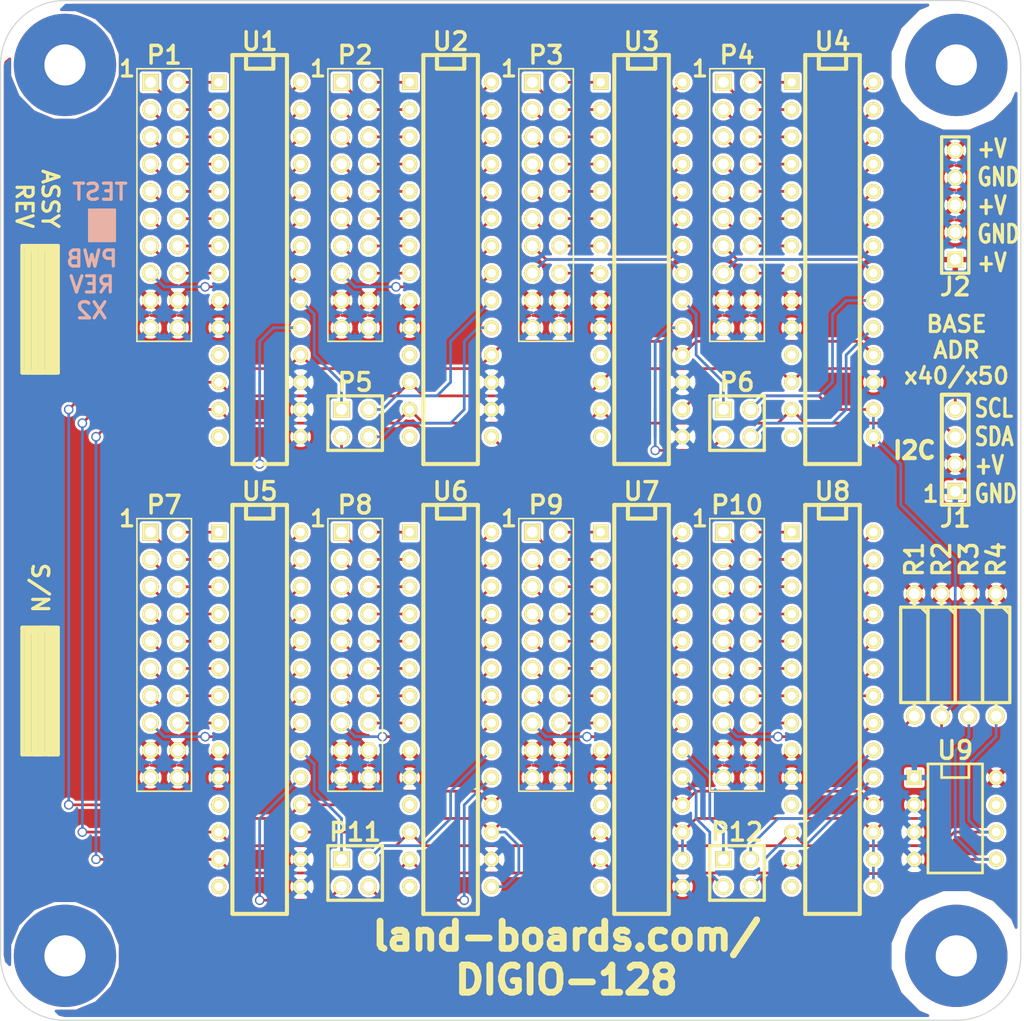
<source format=kicad_pcb>
(kicad_pcb (version 4) (host pcbnew "(after 2015-mar-04 BZR unknown)-product")
  (title_block (title "8-Channel Opto-Isolated Output I2C") (rev X1) (company land-boards.com))
  (layers (0 F.Cu signal) (31 B.Cu signal) (36 B.SilkS user) (37 F.SilkS user) (38 B.Mask user) (39 F.Mask user) (44 Edge.Cuts user))
  (net 0 "")
  (net 1 /16-bits-1/GP0)
  (net 2 /16-bits-1/GP1)
  (net 3 /16-bits-1/GP10)
  (net 4 /16-bits-1/GP11)
  (net 5 /16-bits-1/GP12)
  (net 6 /16-bits-1/GP13)
  (net 7 /16-bits-1/GP14)
  (net 8 /16-bits-1/GP15)
  (net 9 /16-bits-1/GP2)
  (net 10 /16-bits-1/GP3)
  (net 11 /16-bits-1/GP4)
  (net 12 /16-bits-1/GP5)
  (net 13 /16-bits-1/GP6)
  (net 14 /16-bits-1/GP7)
  (net 15 /16-bits-1/GP8)
  (net 16 /16-bits-1/GP9)
  (net 17 /16-bits-1/INTA)
  (net 18 /16-bits-1/INTB)
  (net 19 /16-bits-1/RST)
  (net 20 /16-bits-1/SCL)
  (net 21 /16-bits-1/SDA)
  (net 22 /16-bits-1/VCC)
  (net 23 /16-bits-2/A0)
  (net 24 /16-bits-2/GP0)
  (net 25 /16-bits-2/GP1)
  (net 26 /16-bits-2/GP10)
  (net 27 /16-bits-2/GP11)
  (net 28 /16-bits-2/GP12)
  (net 29 /16-bits-2/GP13)
  (net 30 /16-bits-2/GP14)
  (net 31 /16-bits-2/GP15)
  (net 32 /16-bits-2/GP2)
  (net 33 /16-bits-2/GP3)
  (net 34 /16-bits-2/GP4)
  (net 35 /16-bits-2/GP5)
  (net 36 /16-bits-2/GP6)
  (net 37 /16-bits-2/GP7)
  (net 38 /16-bits-2/GP8)
  (net 39 /16-bits-2/GP9)
  (net 40 /16-bits-2/INTA)
  (net 41 /16-bits-2/INTB)
  (net 42 /16-bits-3/GP0)
  (net 43 /16-bits-3/GP1)
  (net 44 /16-bits-3/GP10)
  (net 45 /16-bits-3/GP11)
  (net 46 /16-bits-3/GP12)
  (net 47 /16-bits-3/GP13)
  (net 48 /16-bits-3/GP14)
  (net 49 /16-bits-3/GP15)
  (net 50 /16-bits-3/GP2)
  (net 51 /16-bits-3/GP3)
  (net 52 /16-bits-3/GP4)
  (net 53 /16-bits-3/GP5)
  (net 54 /16-bits-3/GP6)
  (net 55 /16-bits-3/GP7)
  (net 56 /16-bits-3/GP8)
  (net 57 /16-bits-3/GP9)
  (net 58 /16-bits-3/INTA)
  (net 59 /16-bits-3/INTB)
  (net 60 /16-bits-4/GP0)
  (net 61 /16-bits-4/GP1)
  (net 62 /16-bits-4/GP10)
  (net 63 /16-bits-4/GP11)
  (net 64 /16-bits-4/GP12)
  (net 65 /16-bits-4/GP13)
  (net 66 /16-bits-4/GP14)
  (net 67 /16-bits-4/GP15)
  (net 68 /16-bits-4/GP2)
  (net 69 /16-bits-4/GP3)
  (net 70 /16-bits-4/GP4)
  (net 71 /16-bits-4/GP5)
  (net 72 /16-bits-4/GP6)
  (net 73 /16-bits-4/GP7)
  (net 74 /16-bits-4/GP8)
  (net 75 /16-bits-4/GP9)
  (net 76 /16-bits-4/INTA)
  (net 77 /16-bits-4/INTB)
  (net 78 /16-bits-5/GP0)
  (net 79 /16-bits-5/GP1)
  (net 80 /16-bits-5/GP10)
  (net 81 /16-bits-5/GP11)
  (net 82 /16-bits-5/GP12)
  (net 83 /16-bits-5/GP13)
  (net 84 /16-bits-5/GP14)
  (net 85 /16-bits-5/GP15)
  (net 86 /16-bits-5/GP2)
  (net 87 /16-bits-5/GP3)
  (net 88 /16-bits-5/GP4)
  (net 89 /16-bits-5/GP5)
  (net 90 /16-bits-5/GP6)
  (net 91 /16-bits-5/GP7)
  (net 92 /16-bits-5/GP8)
  (net 93 /16-bits-5/GP9)
  (net 94 /16-bits-5/INTA)
  (net 95 /16-bits-5/INTB)
  (net 96 /16-bits-6/GP0)
  (net 97 /16-bits-6/GP1)
  (net 98 /16-bits-6/GP10)
  (net 99 /16-bits-6/GP11)
  (net 100 /16-bits-6/GP12)
  (net 101 /16-bits-6/GP13)
  (net 102 /16-bits-6/GP14)
  (net 103 /16-bits-6/GP15)
  (net 104 /16-bits-6/GP2)
  (net 105 /16-bits-6/GP3)
  (net 106 /16-bits-6/GP4)
  (net 107 /16-bits-6/GP5)
  (net 108 /16-bits-6/GP6)
  (net 109 /16-bits-6/GP7)
  (net 110 /16-bits-6/GP8)
  (net 111 /16-bits-6/GP9)
  (net 112 /16-bits-6/INTA)
  (net 113 /16-bits-6/INTB)
  (net 114 /16-bits-7/GP0)
  (net 115 /16-bits-7/GP1)
  (net 116 /16-bits-7/GP10)
  (net 117 /16-bits-7/GP11)
  (net 118 /16-bits-7/GP12)
  (net 119 /16-bits-7/GP13)
  (net 120 /16-bits-7/GP14)
  (net 121 /16-bits-7/GP15)
  (net 122 /16-bits-7/GP2)
  (net 123 /16-bits-7/GP3)
  (net 124 /16-bits-7/GP4)
  (net 125 /16-bits-7/GP5)
  (net 126 /16-bits-7/GP6)
  (net 127 /16-bits-7/GP7)
  (net 128 /16-bits-7/GP8)
  (net 129 /16-bits-7/GP9)
  (net 130 /16-bits-7/INTA)
  (net 131 /16-bits-7/INTB)
  (net 132 /16-bits-8/GP0)
  (net 133 /16-bits-8/GP1)
  (net 134 /16-bits-8/GP10)
  (net 135 /16-bits-8/GP11)
  (net 136 /16-bits-8/GP12)
  (net 137 /16-bits-8/GP13)
  (net 138 /16-bits-8/GP14)
  (net 139 /16-bits-8/GP15)
  (net 140 /16-bits-8/GP2)
  (net 141 /16-bits-8/GP3)
  (net 142 /16-bits-8/GP4)
  (net 143 /16-bits-8/GP5)
  (net 144 /16-bits-8/GP6)
  (net 145 /16-bits-8/GP7)
  (net 146 /16-bits-8/GP8)
  (net 147 /16-bits-8/GP9)
  (net 148 /16-bits-8/INTA)
  (net 149 /16-bits-8/INTB)
  (net 150 GND)
  (module MTG-6-32 (layer F.Cu) (at 61 41 180)
    (fp_text reference MTG4 hide)
    (fp_text value MTG_HOLE hide)
    (pad 1 thru_hole circle (at 0 0 180) (size 9.525 9.525) (drill 3.8354) (layers *.Cu *.Mask))
  )
  (module MTG-6-32 (layer F.Cu) (at 144 41 180)
    (fp_text reference MTG3 hide)
    (fp_text value MTG_HOLE hide)
    (pad 1 thru_hole circle (at 0 0 180) (size 9.525 9.525) (drill 3.8354) (layers *.Cu *.Mask) (clearance 1.27))
  )
  (module MTG-6-32 (layer F.Cu) (at 61 124 180)
    (fp_text reference MTG2 hide)
    (fp_text value MTG_HOLE hide)
    (pad 1 thru_hole circle (at 0 0 180) (size 9.525 9.525) (drill 3.8354) (layers *.Cu *.Mask))
  )
  (module MTG-6-32 (layer F.Cu) (at 144 124 180)
    (fp_text reference MTG1 hide)
    (fp_text value MTG_HOLE hide)
    (pad 1 thru_hole circle (at 0 0 180) (size 9.525 9.525) (drill 3.8354) (layers *.Cu *.Mask) (clearance 1.27))
  )
  (module R4-5 (layer F.Cu) (at 145.17 95.96 270)
    (fp_text reference R3 (at -8.89 0 270) (layer F.SilkS) (effects (font (size 1.651 1.651) (thickness 0.3175))))
    (fp_text value 10K hide)
    (pad 1 thru_hole circle (at -5.715 0 270) (size 1.524 1.524) (drill 1.016) (layers *.Cu *.Mask F.SilkS) (net 22 /16-bits-1/VCC))
    (pad 2 thru_hole circle (at 5.715 0 270) (size 1.524 1.524) (drill 1.016) (layers *.Cu *.Mask F.SilkS) (net 21 /16-bits-1/SDA))
  )
  (module R4-5 (layer F.Cu) (at 147.71 95.96 270)
    (fp_text reference R4 (at -8.89 0 270) (layer F.SilkS) (effects (font (size 1.651 1.651) (thickness 0.3175))))
    (fp_text value 10K hide)
    (pad 1 thru_hole circle (at -5.715 0 270) (size 1.524 1.524) (drill 1.016) (layers *.Cu *.Mask F.SilkS) (net 22 /16-bits-1/VCC))
    (pad 2 thru_hole circle (at 5.715 0 270) (size 1.524 1.524) (drill 1.016) (layers *.Cu *.Mask F.SilkS) (net 20 /16-bits-1/SCL))
  )
  (module R4-5 (layer F.Cu) (at 140.09 95.96 270)
    (fp_text reference R1 (at -8.89 0 270) (layer F.SilkS) (effects (font (size 1.651 1.651) (thickness 0.3175))))
    (fp_text value 10K hide)
    (pad 1 thru_hole circle (at -5.715 0 270) (size 1.524 1.524) (drill 1.016) (layers *.Cu *.Mask F.SilkS) (net 22 /16-bits-1/VCC))
    (pad 2 thru_hole circle (at 5.715 0 270) (size 1.524 1.524) (drill 1.016) (layers *.Cu *.Mask F.SilkS) (net 19 /16-bits-1/RST))
  )
  (module R4-5 (layer F.Cu) (at 142.63 95.96 270)
    (fp_text reference R2 (at -8.89 0 270) (layer F.SilkS) (effects (font (size 1.651 1.651) (thickness 0.3175))))
    (fp_text value 10K hide)
    (pad 1 thru_hole circle (at -5.715 0 270) (size 1.524 1.524) (drill 1.016) (layers *.Cu *.Mask F.SilkS) (net 22 /16-bits-1/VCC))
    (pad 2 thru_hole circle (at 5.715 0 270) (size 1.524 1.524) (drill 1.016) (layers *.Cu *.Mask F.SilkS) (net 23 /16-bits-2/A0))
  )
  (module DIP-28__300 (layer F.Cu) (at 132.47 59.13 270)
    (fp_text reference U4 (at -20.32 0 360) (layer F.SilkS) (effects (font (size 1.651 1.651) (thickness 0.3175))))
    (fp_text value MCP23017P hide)
    (pad 2 thru_hole circle (at -13.97 3.81 270) (size 1.397 1.397) (drill 0.8128) (layers *.Cu *.Mask F.SilkS) (net 75 /16-bits-4/GP9))
    (pad 3 thru_hole circle (at -11.43 3.81 270) (size 1.397 1.397) (drill 0.8128) (layers *.Cu *.Mask F.SilkS) (net 62 /16-bits-4/GP10))
    (pad 4 thru_hole circle (at -8.89 3.81 270) (size 1.397 1.397) (drill 0.8128) (layers *.Cu *.Mask F.SilkS) (net 63 /16-bits-4/GP11))
    (pad 5 thru_hole circle (at -6.35 3.81 270) (size 1.397 1.397) (drill 0.8128) (layers *.Cu *.Mask F.SilkS) (net 64 /16-bits-4/GP12))
    (pad 6 thru_hole circle (at -3.81 3.81 270) (size 1.397 1.397) (drill 0.8128) (layers *.Cu *.Mask F.SilkS) (net 65 /16-bits-4/GP13))
    (pad 7 thru_hole circle (at -1.27 3.81 270) (size 1.397 1.397) (drill 0.8128) (layers *.Cu *.Mask F.SilkS) (net 66 /16-bits-4/GP14))
    (pad 8 thru_hole circle (at 1.27 3.81 270) (size 1.397 1.397) (drill 0.8128) (layers *.Cu *.Mask F.SilkS) (net 67 /16-bits-4/GP15))
    (pad 9 thru_hole circle (at 3.81 3.81 270) (size 1.397 1.397) (drill 0.8128) (layers *.Cu *.Mask F.SilkS) (net 22 /16-bits-1/VCC))
    (pad 10 thru_hole circle (at 6.35 3.81 270) (size 1.397 1.397) (drill 0.8128) (layers *.Cu *.Mask F.SilkS) (net 150 GND))
    (pad 11 thru_hole circle (at 8.89 3.81 270) (size 1.397 1.397) (drill 0.8128) (layers *.Cu *.Mask F.SilkS))
    (pad 12 thru_hole circle (at 11.43 3.81 270) (size 1.397 1.397) (drill 0.8128) (layers *.Cu *.Mask F.SilkS) (net 20 /16-bits-1/SCL))
    (pad 13 thru_hole circle (at 13.97 3.81 270) (size 1.397 1.397) (drill 0.8128) (layers *.Cu *.Mask F.SilkS) (net 21 /16-bits-1/SDA))
    (pad 14 thru_hole circle (at 16.51 3.81 270) (size 1.397 1.397) (drill 0.8128) (layers *.Cu *.Mask F.SilkS))
    (pad 1 thru_hole rect (at -16.51 3.81 270) (size 1.397 1.397) (drill 0.8128) (layers *.Cu *.Mask F.SilkS) (net 74 /16-bits-4/GP8))
    (pad 15 thru_hole circle (at 16.51 -3.81 270) (size 1.397 1.397) (drill 0.8128) (layers *.Cu *.Mask F.SilkS) (net 23 /16-bits-2/A0))
    (pad 16 thru_hole circle (at 13.97 -3.81 270) (size 1.397 1.397) (drill 0.8128) (layers *.Cu *.Mask F.SilkS) (net 23 /16-bits-2/A0))
    (pad 17 thru_hole circle (at 11.43 -3.81 270) (size 1.397 1.397) (drill 0.8128) (layers *.Cu *.Mask F.SilkS) (net 150 GND))
    (pad 18 thru_hole circle (at 8.89 -3.81 270) (size 1.397 1.397) (drill 0.8128) (layers *.Cu *.Mask F.SilkS) (net 19 /16-bits-1/RST))
    (pad 19 thru_hole circle (at 6.35 -3.81 270) (size 1.397 1.397) (drill 0.8128) (layers *.Cu *.Mask F.SilkS) (net 77 /16-bits-4/INTB))
    (pad 20 thru_hole circle (at 3.81 -3.81 270) (size 1.397 1.397) (drill 0.8128) (layers *.Cu *.Mask F.SilkS) (net 76 /16-bits-4/INTA))
    (pad 21 thru_hole circle (at 1.27 -3.81 270) (size 1.397 1.397) (drill 0.8128) (layers *.Cu *.Mask F.SilkS) (net 60 /16-bits-4/GP0))
    (pad 22 thru_hole circle (at -1.27 -3.81 270) (size 1.397 1.397) (drill 0.8128) (layers *.Cu *.Mask F.SilkS) (net 61 /16-bits-4/GP1))
    (pad 23 thru_hole circle (at -3.81 -3.81 270) (size 1.397 1.397) (drill 0.8128) (layers *.Cu *.Mask F.SilkS) (net 68 /16-bits-4/GP2))
    (pad 24 thru_hole circle (at -6.35 -3.81 270) (size 1.397 1.397) (drill 0.8128) (layers *.Cu *.Mask F.SilkS) (net 69 /16-bits-4/GP3))
    (pad 25 thru_hole circle (at -8.89 -3.81 270) (size 1.397 1.397) (drill 0.8128) (layers *.Cu *.Mask F.SilkS) (net 70 /16-bits-4/GP4))
    (pad 26 thru_hole circle (at -11.43 -3.81 270) (size 1.397 1.397) (drill 0.8128) (layers *.Cu *.Mask F.SilkS) (net 71 /16-bits-4/GP5))
    (pad 27 thru_hole circle (at -13.97 -3.81 270) (size 1.397 1.397) (drill 0.8128) (layers *.Cu *.Mask F.SilkS) (net 72 /16-bits-4/GP6))
    (pad 28 thru_hole circle (at -16.51 -3.81 270) (size 1.397 1.397) (drill 0.8128) (layers *.Cu *.Mask F.SilkS) (net 73 /16-bits-4/GP7))
  )
  (module DIP-28__300 (layer F.Cu) (at 114.69 59.13 270)
    (fp_text reference U3 (at -20.32 0 360) (layer F.SilkS) (effects (font (size 1.651 1.651) (thickness 0.3175))))
    (fp_text value MCP23017P hide)
    (pad 2 thru_hole circle (at -13.97 3.81 270) (size 1.397 1.397) (drill 0.8128) (layers *.Cu *.Mask F.SilkS) (net 57 /16-bits-3/GP9))
    (pad 3 thru_hole circle (at -11.43 3.81 270) (size 1.397 1.397) (drill 0.8128) (layers *.Cu *.Mask F.SilkS) (net 44 /16-bits-3/GP10))
    (pad 4 thru_hole circle (at -8.89 3.81 270) (size 1.397 1.397) (drill 0.8128) (layers *.Cu *.Mask F.SilkS) (net 45 /16-bits-3/GP11))
    (pad 5 thru_hole circle (at -6.35 3.81 270) (size 1.397 1.397) (drill 0.8128) (layers *.Cu *.Mask F.SilkS) (net 46 /16-bits-3/GP12))
    (pad 6 thru_hole circle (at -3.81 3.81 270) (size 1.397 1.397) (drill 0.8128) (layers *.Cu *.Mask F.SilkS) (net 47 /16-bits-3/GP13))
    (pad 7 thru_hole circle (at -1.27 3.81 270) (size 1.397 1.397) (drill 0.8128) (layers *.Cu *.Mask F.SilkS) (net 48 /16-bits-3/GP14))
    (pad 8 thru_hole circle (at 1.27 3.81 270) (size 1.397 1.397) (drill 0.8128) (layers *.Cu *.Mask F.SilkS) (net 49 /16-bits-3/GP15))
    (pad 9 thru_hole circle (at 3.81 3.81 270) (size 1.397 1.397) (drill 0.8128) (layers *.Cu *.Mask F.SilkS) (net 22 /16-bits-1/VCC))
    (pad 10 thru_hole circle (at 6.35 3.81 270) (size 1.397 1.397) (drill 0.8128) (layers *.Cu *.Mask F.SilkS) (net 150 GND))
    (pad 11 thru_hole circle (at 8.89 3.81 270) (size 1.397 1.397) (drill 0.8128) (layers *.Cu *.Mask F.SilkS))
    (pad 12 thru_hole circle (at 11.43 3.81 270) (size 1.397 1.397) (drill 0.8128) (layers *.Cu *.Mask F.SilkS) (net 20 /16-bits-1/SCL))
    (pad 13 thru_hole circle (at 13.97 3.81 270) (size 1.397 1.397) (drill 0.8128) (layers *.Cu *.Mask F.SilkS) (net 21 /16-bits-1/SDA))
    (pad 14 thru_hole circle (at 16.51 3.81 270) (size 1.397 1.397) (drill 0.8128) (layers *.Cu *.Mask F.SilkS))
    (pad 1 thru_hole rect (at -16.51 3.81 270) (size 1.397 1.397) (drill 0.8128) (layers *.Cu *.Mask F.SilkS) (net 56 /16-bits-3/GP8))
    (pad 15 thru_hole circle (at 16.51 -3.81 270) (size 1.397 1.397) (drill 0.8128) (layers *.Cu *.Mask F.SilkS) (net 150 GND))
    (pad 16 thru_hole circle (at 13.97 -3.81 270) (size 1.397 1.397) (drill 0.8128) (layers *.Cu *.Mask F.SilkS) (net 23 /16-bits-2/A0))
    (pad 17 thru_hole circle (at 11.43 -3.81 270) (size 1.397 1.397) (drill 0.8128) (layers *.Cu *.Mask F.SilkS) (net 150 GND))
    (pad 18 thru_hole circle (at 8.89 -3.81 270) (size 1.397 1.397) (drill 0.8128) (layers *.Cu *.Mask F.SilkS) (net 19 /16-bits-1/RST))
    (pad 19 thru_hole circle (at 6.35 -3.81 270) (size 1.397 1.397) (drill 0.8128) (layers *.Cu *.Mask F.SilkS) (net 59 /16-bits-3/INTB))
    (pad 20 thru_hole circle (at 3.81 -3.81 270) (size 1.397 1.397) (drill 0.8128) (layers *.Cu *.Mask F.SilkS) (net 58 /16-bits-3/INTA))
    (pad 21 thru_hole circle (at 1.27 -3.81 270) (size 1.397 1.397) (drill 0.8128) (layers *.Cu *.Mask F.SilkS) (net 42 /16-bits-3/GP0))
    (pad 22 thru_hole circle (at -1.27 -3.81 270) (size 1.397 1.397) (drill 0.8128) (layers *.Cu *.Mask F.SilkS) (net 43 /16-bits-3/GP1))
    (pad 23 thru_hole circle (at -3.81 -3.81 270) (size 1.397 1.397) (drill 0.8128) (layers *.Cu *.Mask F.SilkS) (net 50 /16-bits-3/GP2))
    (pad 24 thru_hole circle (at -6.35 -3.81 270) (size 1.397 1.397) (drill 0.8128) (layers *.Cu *.Mask F.SilkS) (net 51 /16-bits-3/GP3))
    (pad 25 thru_hole circle (at -8.89 -3.81 270) (size 1.397 1.397) (drill 0.8128) (layers *.Cu *.Mask F.SilkS) (net 52 /16-bits-3/GP4))
    (pad 26 thru_hole circle (at -11.43 -3.81 270) (size 1.397 1.397) (drill 0.8128) (layers *.Cu *.Mask F.SilkS) (net 53 /16-bits-3/GP5))
    (pad 27 thru_hole circle (at -13.97 -3.81 270) (size 1.397 1.397) (drill 0.8128) (layers *.Cu *.Mask F.SilkS) (net 54 /16-bits-3/GP6))
    (pad 28 thru_hole circle (at -16.51 -3.81 270) (size 1.397 1.397) (drill 0.8128) (layers *.Cu *.Mask F.SilkS) (net 55 /16-bits-3/GP7))
  )
  (module DIP-28__300 (layer F.Cu) (at 79.13 101.04 270)
    (fp_text reference U5 (at -20.32 0 360) (layer F.SilkS) (effects (font (size 1.651 1.651) (thickness 0.3175))))
    (fp_text value MCP23017P hide)
    (pad 2 thru_hole circle (at -13.97 3.81 270) (size 1.397 1.397) (drill 0.8128) (layers *.Cu *.Mask F.SilkS) (net 93 /16-bits-5/GP9))
    (pad 3 thru_hole circle (at -11.43 3.81 270) (size 1.397 1.397) (drill 0.8128) (layers *.Cu *.Mask F.SilkS) (net 80 /16-bits-5/GP10))
    (pad 4 thru_hole circle (at -8.89 3.81 270) (size 1.397 1.397) (drill 0.8128) (layers *.Cu *.Mask F.SilkS) (net 81 /16-bits-5/GP11))
    (pad 5 thru_hole circle (at -6.35 3.81 270) (size 1.397 1.397) (drill 0.8128) (layers *.Cu *.Mask F.SilkS) (net 82 /16-bits-5/GP12))
    (pad 6 thru_hole circle (at -3.81 3.81 270) (size 1.397 1.397) (drill 0.8128) (layers *.Cu *.Mask F.SilkS) (net 83 /16-bits-5/GP13))
    (pad 7 thru_hole circle (at -1.27 3.81 270) (size 1.397 1.397) (drill 0.8128) (layers *.Cu *.Mask F.SilkS) (net 84 /16-bits-5/GP14))
    (pad 8 thru_hole circle (at 1.27 3.81 270) (size 1.397 1.397) (drill 0.8128) (layers *.Cu *.Mask F.SilkS) (net 85 /16-bits-5/GP15))
    (pad 9 thru_hole circle (at 3.81 3.81 270) (size 1.397 1.397) (drill 0.8128) (layers *.Cu *.Mask F.SilkS) (net 22 /16-bits-1/VCC))
    (pad 10 thru_hole circle (at 6.35 3.81 270) (size 1.397 1.397) (drill 0.8128) (layers *.Cu *.Mask F.SilkS) (net 150 GND))
    (pad 11 thru_hole circle (at 8.89 3.81 270) (size 1.397 1.397) (drill 0.8128) (layers *.Cu *.Mask F.SilkS))
    (pad 12 thru_hole circle (at 11.43 3.81 270) (size 1.397 1.397) (drill 0.8128) (layers *.Cu *.Mask F.SilkS) (net 20 /16-bits-1/SCL))
    (pad 13 thru_hole circle (at 13.97 3.81 270) (size 1.397 1.397) (drill 0.8128) (layers *.Cu *.Mask F.SilkS) (net 21 /16-bits-1/SDA))
    (pad 14 thru_hole circle (at 16.51 3.81 270) (size 1.397 1.397) (drill 0.8128) (layers *.Cu *.Mask F.SilkS))
    (pad 1 thru_hole rect (at -16.51 3.81 270) (size 1.397 1.397) (drill 0.8128) (layers *.Cu *.Mask F.SilkS) (net 92 /16-bits-5/GP8))
    (pad 15 thru_hole circle (at 16.51 -3.81 270) (size 1.397 1.397) (drill 0.8128) (layers *.Cu *.Mask F.SilkS) (net 150 GND))
    (pad 16 thru_hole circle (at 13.97 -3.81 270) (size 1.397 1.397) (drill 0.8128) (layers *.Cu *.Mask F.SilkS) (net 150 GND))
    (pad 17 thru_hole circle (at 11.43 -3.81 270) (size 1.397 1.397) (drill 0.8128) (layers *.Cu *.Mask F.SilkS) (net 23 /16-bits-2/A0))
    (pad 18 thru_hole circle (at 8.89 -3.81 270) (size 1.397 1.397) (drill 0.8128) (layers *.Cu *.Mask F.SilkS) (net 19 /16-bits-1/RST))
    (pad 19 thru_hole circle (at 6.35 -3.81 270) (size 1.397 1.397) (drill 0.8128) (layers *.Cu *.Mask F.SilkS) (net 95 /16-bits-5/INTB))
    (pad 20 thru_hole circle (at 3.81 -3.81 270) (size 1.397 1.397) (drill 0.8128) (layers *.Cu *.Mask F.SilkS) (net 94 /16-bits-5/INTA))
    (pad 21 thru_hole circle (at 1.27 -3.81 270) (size 1.397 1.397) (drill 0.8128) (layers *.Cu *.Mask F.SilkS) (net 78 /16-bits-5/GP0))
    (pad 22 thru_hole circle (at -1.27 -3.81 270) (size 1.397 1.397) (drill 0.8128) (layers *.Cu *.Mask F.SilkS) (net 79 /16-bits-5/GP1))
    (pad 23 thru_hole circle (at -3.81 -3.81 270) (size 1.397 1.397) (drill 0.8128) (layers *.Cu *.Mask F.SilkS) (net 86 /16-bits-5/GP2))
    (pad 24 thru_hole circle (at -6.35 -3.81 270) (size 1.397 1.397) (drill 0.8128) (layers *.Cu *.Mask F.SilkS) (net 87 /16-bits-5/GP3))
    (pad 25 thru_hole circle (at -8.89 -3.81 270) (size 1.397 1.397) (drill 0.8128) (layers *.Cu *.Mask F.SilkS) (net 88 /16-bits-5/GP4))
    (pad 26 thru_hole circle (at -11.43 -3.81 270) (size 1.397 1.397) (drill 0.8128) (layers *.Cu *.Mask F.SilkS) (net 89 /16-bits-5/GP5))
    (pad 27 thru_hole circle (at -13.97 -3.81 270) (size 1.397 1.397) (drill 0.8128) (layers *.Cu *.Mask F.SilkS) (net 90 /16-bits-5/GP6))
    (pad 28 thru_hole circle (at -16.51 -3.81 270) (size 1.397 1.397) (drill 0.8128) (layers *.Cu *.Mask F.SilkS) (net 91 /16-bits-5/GP7))
  )
  (module DIP-28__300 (layer F.Cu) (at 96.91 101.04 270)
    (fp_text reference U6 (at -20.32 0 360) (layer F.SilkS) (effects (font (size 1.651 1.651) (thickness 0.3175))))
    (fp_text value MCP23017P hide)
    (pad 2 thru_hole circle (at -13.97 3.81 270) (size 1.397 1.397) (drill 0.8128) (layers *.Cu *.Mask F.SilkS) (net 111 /16-bits-6/GP9))
    (pad 3 thru_hole circle (at -11.43 3.81 270) (size 1.397 1.397) (drill 0.8128) (layers *.Cu *.Mask F.SilkS) (net 98 /16-bits-6/GP10))
    (pad 4 thru_hole circle (at -8.89 3.81 270) (size 1.397 1.397) (drill 0.8128) (layers *.Cu *.Mask F.SilkS) (net 99 /16-bits-6/GP11))
    (pad 5 thru_hole circle (at -6.35 3.81 270) (size 1.397 1.397) (drill 0.8128) (layers *.Cu *.Mask F.SilkS) (net 100 /16-bits-6/GP12))
    (pad 6 thru_hole circle (at -3.81 3.81 270) (size 1.397 1.397) (drill 0.8128) (layers *.Cu *.Mask F.SilkS) (net 101 /16-bits-6/GP13))
    (pad 7 thru_hole circle (at -1.27 3.81 270) (size 1.397 1.397) (drill 0.8128) (layers *.Cu *.Mask F.SilkS) (net 102 /16-bits-6/GP14))
    (pad 8 thru_hole circle (at 1.27 3.81 270) (size 1.397 1.397) (drill 0.8128) (layers *.Cu *.Mask F.SilkS) (net 103 /16-bits-6/GP15))
    (pad 9 thru_hole circle (at 3.81 3.81 270) (size 1.397 1.397) (drill 0.8128) (layers *.Cu *.Mask F.SilkS) (net 22 /16-bits-1/VCC))
    (pad 10 thru_hole circle (at 6.35 3.81 270) (size 1.397 1.397) (drill 0.8128) (layers *.Cu *.Mask F.SilkS) (net 150 GND))
    (pad 11 thru_hole circle (at 8.89 3.81 270) (size 1.397 1.397) (drill 0.8128) (layers *.Cu *.Mask F.SilkS))
    (pad 12 thru_hole circle (at 11.43 3.81 270) (size 1.397 1.397) (drill 0.8128) (layers *.Cu *.Mask F.SilkS) (net 20 /16-bits-1/SCL))
    (pad 13 thru_hole circle (at 13.97 3.81 270) (size 1.397 1.397) (drill 0.8128) (layers *.Cu *.Mask F.SilkS) (net 21 /16-bits-1/SDA))
    (pad 14 thru_hole circle (at 16.51 3.81 270) (size 1.397 1.397) (drill 0.8128) (layers *.Cu *.Mask F.SilkS))
    (pad 1 thru_hole rect (at -16.51 3.81 270) (size 1.397 1.397) (drill 0.8128) (layers *.Cu *.Mask F.SilkS) (net 110 /16-bits-6/GP8))
    (pad 15 thru_hole circle (at 16.51 -3.81 270) (size 1.397 1.397) (drill 0.8128) (layers *.Cu *.Mask F.SilkS) (net 23 /16-bits-2/A0))
    (pad 16 thru_hole circle (at 13.97 -3.81 270) (size 1.397 1.397) (drill 0.8128) (layers *.Cu *.Mask F.SilkS) (net 150 GND))
    (pad 17 thru_hole circle (at 11.43 -3.81 270) (size 1.397 1.397) (drill 0.8128) (layers *.Cu *.Mask F.SilkS) (net 23 /16-bits-2/A0))
    (pad 18 thru_hole circle (at 8.89 -3.81 270) (size 1.397 1.397) (drill 0.8128) (layers *.Cu *.Mask F.SilkS) (net 19 /16-bits-1/RST))
    (pad 19 thru_hole circle (at 6.35 -3.81 270) (size 1.397 1.397) (drill 0.8128) (layers *.Cu *.Mask F.SilkS) (net 113 /16-bits-6/INTB))
    (pad 20 thru_hole circle (at 3.81 -3.81 270) (size 1.397 1.397) (drill 0.8128) (layers *.Cu *.Mask F.SilkS) (net 112 /16-bits-6/INTA))
    (pad 21 thru_hole circle (at 1.27 -3.81 270) (size 1.397 1.397) (drill 0.8128) (layers *.Cu *.Mask F.SilkS) (net 96 /16-bits-6/GP0))
    (pad 22 thru_hole circle (at -1.27 -3.81 270) (size 1.397 1.397) (drill 0.8128) (layers *.Cu *.Mask F.SilkS) (net 97 /16-bits-6/GP1))
    (pad 23 thru_hole circle (at -3.81 -3.81 270) (size 1.397 1.397) (drill 0.8128) (layers *.Cu *.Mask F.SilkS) (net 104 /16-bits-6/GP2))
    (pad 24 thru_hole circle (at -6.35 -3.81 270) (size 1.397 1.397) (drill 0.8128) (layers *.Cu *.Mask F.SilkS) (net 105 /16-bits-6/GP3))
    (pad 25 thru_hole circle (at -8.89 -3.81 270) (size 1.397 1.397) (drill 0.8128) (layers *.Cu *.Mask F.SilkS) (net 106 /16-bits-6/GP4))
    (pad 26 thru_hole circle (at -11.43 -3.81 270) (size 1.397 1.397) (drill 0.8128) (layers *.Cu *.Mask F.SilkS) (net 107 /16-bits-6/GP5))
    (pad 27 thru_hole circle (at -13.97 -3.81 270) (size 1.397 1.397) (drill 0.8128) (layers *.Cu *.Mask F.SilkS) (net 108 /16-bits-6/GP6))
    (pad 28 thru_hole circle (at -16.51 -3.81 270) (size 1.397 1.397) (drill 0.8128) (layers *.Cu *.Mask F.SilkS) (net 109 /16-bits-6/GP7))
  )
  (module DIP-28__300 (layer F.Cu) (at 96.91 59.13 270)
    (fp_text reference U2 (at -20.32 0 360) (layer F.SilkS) (effects (font (size 1.651 1.651) (thickness 0.3175))))
    (fp_text value MCP23017P hide)
    (pad 2 thru_hole circle (at -13.97 3.81 270) (size 1.397 1.397) (drill 0.8128) (layers *.Cu *.Mask F.SilkS) (net 39 /16-bits-2/GP9))
    (pad 3 thru_hole circle (at -11.43 3.81 270) (size 1.397 1.397) (drill 0.8128) (layers *.Cu *.Mask F.SilkS) (net 26 /16-bits-2/GP10))
    (pad 4 thru_hole circle (at -8.89 3.81 270) (size 1.397 1.397) (drill 0.8128) (layers *.Cu *.Mask F.SilkS) (net 27 /16-bits-2/GP11))
    (pad 5 thru_hole circle (at -6.35 3.81 270) (size 1.397 1.397) (drill 0.8128) (layers *.Cu *.Mask F.SilkS) (net 28 /16-bits-2/GP12))
    (pad 6 thru_hole circle (at -3.81 3.81 270) (size 1.397 1.397) (drill 0.8128) (layers *.Cu *.Mask F.SilkS) (net 29 /16-bits-2/GP13))
    (pad 7 thru_hole circle (at -1.27 3.81 270) (size 1.397 1.397) (drill 0.8128) (layers *.Cu *.Mask F.SilkS) (net 30 /16-bits-2/GP14))
    (pad 8 thru_hole circle (at 1.27 3.81 270) (size 1.397 1.397) (drill 0.8128) (layers *.Cu *.Mask F.SilkS) (net 31 /16-bits-2/GP15))
    (pad 9 thru_hole circle (at 3.81 3.81 270) (size 1.397 1.397) (drill 0.8128) (layers *.Cu *.Mask F.SilkS) (net 22 /16-bits-1/VCC))
    (pad 10 thru_hole circle (at 6.35 3.81 270) (size 1.397 1.397) (drill 0.8128) (layers *.Cu *.Mask F.SilkS) (net 150 GND))
    (pad 11 thru_hole circle (at 8.89 3.81 270) (size 1.397 1.397) (drill 0.8128) (layers *.Cu *.Mask F.SilkS))
    (pad 12 thru_hole circle (at 11.43 3.81 270) (size 1.397 1.397) (drill 0.8128) (layers *.Cu *.Mask F.SilkS) (net 20 /16-bits-1/SCL))
    (pad 13 thru_hole circle (at 13.97 3.81 270) (size 1.397 1.397) (drill 0.8128) (layers *.Cu *.Mask F.SilkS) (net 21 /16-bits-1/SDA))
    (pad 14 thru_hole circle (at 16.51 3.81 270) (size 1.397 1.397) (drill 0.8128) (layers *.Cu *.Mask F.SilkS))
    (pad 1 thru_hole rect (at -16.51 3.81 270) (size 1.397 1.397) (drill 0.8128) (layers *.Cu *.Mask F.SilkS) (net 38 /16-bits-2/GP8))
    (pad 15 thru_hole circle (at 16.51 -3.81 270) (size 1.397 1.397) (drill 0.8128) (layers *.Cu *.Mask F.SilkS) (net 23 /16-bits-2/A0))
    (pad 16 thru_hole circle (at 13.97 -3.81 270) (size 1.397 1.397) (drill 0.8128) (layers *.Cu *.Mask F.SilkS) (net 150 GND))
    (pad 17 thru_hole circle (at 11.43 -3.81 270) (size 1.397 1.397) (drill 0.8128) (layers *.Cu *.Mask F.SilkS) (net 150 GND))
    (pad 18 thru_hole circle (at 8.89 -3.81 270) (size 1.397 1.397) (drill 0.8128) (layers *.Cu *.Mask F.SilkS) (net 19 /16-bits-1/RST))
    (pad 19 thru_hole circle (at 6.35 -3.81 270) (size 1.397 1.397) (drill 0.8128) (layers *.Cu *.Mask F.SilkS) (net 41 /16-bits-2/INTB))
    (pad 20 thru_hole circle (at 3.81 -3.81 270) (size 1.397 1.397) (drill 0.8128) (layers *.Cu *.Mask F.SilkS) (net 40 /16-bits-2/INTA))
    (pad 21 thru_hole circle (at 1.27 -3.81 270) (size 1.397 1.397) (drill 0.8128) (layers *.Cu *.Mask F.SilkS) (net 24 /16-bits-2/GP0))
    (pad 22 thru_hole circle (at -1.27 -3.81 270) (size 1.397 1.397) (drill 0.8128) (layers *.Cu *.Mask F.SilkS) (net 25 /16-bits-2/GP1))
    (pad 23 thru_hole circle (at -3.81 -3.81 270) (size 1.397 1.397) (drill 0.8128) (layers *.Cu *.Mask F.SilkS) (net 32 /16-bits-2/GP2))
    (pad 24 thru_hole circle (at -6.35 -3.81 270) (size 1.397 1.397) (drill 0.8128) (layers *.Cu *.Mask F.SilkS) (net 33 /16-bits-2/GP3))
    (pad 25 thru_hole circle (at -8.89 -3.81 270) (size 1.397 1.397) (drill 0.8128) (layers *.Cu *.Mask F.SilkS) (net 34 /16-bits-2/GP4))
    (pad 26 thru_hole circle (at -11.43 -3.81 270) (size 1.397 1.397) (drill 0.8128) (layers *.Cu *.Mask F.SilkS) (net 35 /16-bits-2/GP5))
    (pad 27 thru_hole circle (at -13.97 -3.81 270) (size 1.397 1.397) (drill 0.8128) (layers *.Cu *.Mask F.SilkS) (net 36 /16-bits-2/GP6))
    (pad 28 thru_hole circle (at -16.51 -3.81 270) (size 1.397 1.397) (drill 0.8128) (layers *.Cu *.Mask F.SilkS) (net 37 /16-bits-2/GP7))
  )
  (module DIP-28__300 (layer F.Cu) (at 114.69 101.04 270)
    (fp_text reference U7 (at -20.32 0 360) (layer F.SilkS) (effects (font (size 1.651 1.651) (thickness 0.3175))))
    (fp_text value MCP23017P hide)
    (pad 2 thru_hole circle (at -13.97 3.81 270) (size 1.397 1.397) (drill 0.8128) (layers *.Cu *.Mask F.SilkS) (net 129 /16-bits-7/GP9))
    (pad 3 thru_hole circle (at -11.43 3.81 270) (size 1.397 1.397) (drill 0.8128) (layers *.Cu *.Mask F.SilkS) (net 116 /16-bits-7/GP10))
    (pad 4 thru_hole circle (at -8.89 3.81 270) (size 1.397 1.397) (drill 0.8128) (layers *.Cu *.Mask F.SilkS) (net 117 /16-bits-7/GP11))
    (pad 5 thru_hole circle (at -6.35 3.81 270) (size 1.397 1.397) (drill 0.8128) (layers *.Cu *.Mask F.SilkS) (net 118 /16-bits-7/GP12))
    (pad 6 thru_hole circle (at -3.81 3.81 270) (size 1.397 1.397) (drill 0.8128) (layers *.Cu *.Mask F.SilkS) (net 119 /16-bits-7/GP13))
    (pad 7 thru_hole circle (at -1.27 3.81 270) (size 1.397 1.397) (drill 0.8128) (layers *.Cu *.Mask F.SilkS) (net 120 /16-bits-7/GP14))
    (pad 8 thru_hole circle (at 1.27 3.81 270) (size 1.397 1.397) (drill 0.8128) (layers *.Cu *.Mask F.SilkS) (net 121 /16-bits-7/GP15))
    (pad 9 thru_hole circle (at 3.81 3.81 270) (size 1.397 1.397) (drill 0.8128) (layers *.Cu *.Mask F.SilkS) (net 22 /16-bits-1/VCC))
    (pad 10 thru_hole circle (at 6.35 3.81 270) (size 1.397 1.397) (drill 0.8128) (layers *.Cu *.Mask F.SilkS) (net 150 GND))
    (pad 11 thru_hole circle (at 8.89 3.81 270) (size 1.397 1.397) (drill 0.8128) (layers *.Cu *.Mask F.SilkS))
    (pad 12 thru_hole circle (at 11.43 3.81 270) (size 1.397 1.397) (drill 0.8128) (layers *.Cu *.Mask F.SilkS) (net 20 /16-bits-1/SCL))
    (pad 13 thru_hole circle (at 13.97 3.81 270) (size 1.397 1.397) (drill 0.8128) (layers *.Cu *.Mask F.SilkS) (net 21 /16-bits-1/SDA))
    (pad 14 thru_hole circle (at 16.51 3.81 270) (size 1.397 1.397) (drill 0.8128) (layers *.Cu *.Mask F.SilkS))
    (pad 1 thru_hole rect (at -16.51 3.81 270) (size 1.397 1.397) (drill 0.8128) (layers *.Cu *.Mask F.SilkS) (net 128 /16-bits-7/GP8))
    (pad 15 thru_hole circle (at 16.51 -3.81 270) (size 1.397 1.397) (drill 0.8128) (layers *.Cu *.Mask F.SilkS) (net 150 GND))
    (pad 16 thru_hole circle (at 13.97 -3.81 270) (size 1.397 1.397) (drill 0.8128) (layers *.Cu *.Mask F.SilkS) (net 23 /16-bits-2/A0))
    (pad 17 thru_hole circle (at 11.43 -3.81 270) (size 1.397 1.397) (drill 0.8128) (layers *.Cu *.Mask F.SilkS) (net 23 /16-bits-2/A0))
    (pad 18 thru_hole circle (at 8.89 -3.81 270) (size 1.397 1.397) (drill 0.8128) (layers *.Cu *.Mask F.SilkS) (net 19 /16-bits-1/RST))
    (pad 19 thru_hole circle (at 6.35 -3.81 270) (size 1.397 1.397) (drill 0.8128) (layers *.Cu *.Mask F.SilkS) (net 131 /16-bits-7/INTB))
    (pad 20 thru_hole circle (at 3.81 -3.81 270) (size 1.397 1.397) (drill 0.8128) (layers *.Cu *.Mask F.SilkS) (net 130 /16-bits-7/INTA))
    (pad 21 thru_hole circle (at 1.27 -3.81 270) (size 1.397 1.397) (drill 0.8128) (layers *.Cu *.Mask F.SilkS) (net 114 /16-bits-7/GP0))
    (pad 22 thru_hole circle (at -1.27 -3.81 270) (size 1.397 1.397) (drill 0.8128) (layers *.Cu *.Mask F.SilkS) (net 115 /16-bits-7/GP1))
    (pad 23 thru_hole circle (at -3.81 -3.81 270) (size 1.397 1.397) (drill 0.8128) (layers *.Cu *.Mask F.SilkS) (net 122 /16-bits-7/GP2))
    (pad 24 thru_hole circle (at -6.35 -3.81 270) (size 1.397 1.397) (drill 0.8128) (layers *.Cu *.Mask F.SilkS) (net 123 /16-bits-7/GP3))
    (pad 25 thru_hole circle (at -8.89 -3.81 270) (size 1.397 1.397) (drill 0.8128) (layers *.Cu *.Mask F.SilkS) (net 124 /16-bits-7/GP4))
    (pad 26 thru_hole circle (at -11.43 -3.81 270) (size 1.397 1.397) (drill 0.8128) (layers *.Cu *.Mask F.SilkS) (net 125 /16-bits-7/GP5))
    (pad 27 thru_hole circle (at -13.97 -3.81 270) (size 1.397 1.397) (drill 0.8128) (layers *.Cu *.Mask F.SilkS) (net 126 /16-bits-7/GP6))
    (pad 28 thru_hole circle (at -16.51 -3.81 270) (size 1.397 1.397) (drill 0.8128) (layers *.Cu *.Mask F.SilkS) (net 127 /16-bits-7/GP7))
  )
  (module DIP-28__300 (layer F.Cu) (at 132.47 101.04 270)
    (fp_text reference U8 (at -20.32 0 360) (layer F.SilkS) (effects (font (size 1.651 1.651) (thickness 0.3175))))
    (fp_text value MCP23017P hide)
    (pad 2 thru_hole circle (at -13.97 3.81 270) (size 1.397 1.397) (drill 0.8128) (layers *.Cu *.Mask F.SilkS) (net 147 /16-bits-8/GP9))
    (pad 3 thru_hole circle (at -11.43 3.81 270) (size 1.397 1.397) (drill 0.8128) (layers *.Cu *.Mask F.SilkS) (net 134 /16-bits-8/GP10))
    (pad 4 thru_hole circle (at -8.89 3.81 270) (size 1.397 1.397) (drill 0.8128) (layers *.Cu *.Mask F.SilkS) (net 135 /16-bits-8/GP11))
    (pad 5 thru_hole circle (at -6.35 3.81 270) (size 1.397 1.397) (drill 0.8128) (layers *.Cu *.Mask F.SilkS) (net 136 /16-bits-8/GP12))
    (pad 6 thru_hole circle (at -3.81 3.81 270) (size 1.397 1.397) (drill 0.8128) (layers *.Cu *.Mask F.SilkS) (net 137 /16-bits-8/GP13))
    (pad 7 thru_hole circle (at -1.27 3.81 270) (size 1.397 1.397) (drill 0.8128) (layers *.Cu *.Mask F.SilkS) (net 138 /16-bits-8/GP14))
    (pad 8 thru_hole circle (at 1.27 3.81 270) (size 1.397 1.397) (drill 0.8128) (layers *.Cu *.Mask F.SilkS) (net 139 /16-bits-8/GP15))
    (pad 9 thru_hole circle (at 3.81 3.81 270) (size 1.397 1.397) (drill 0.8128) (layers *.Cu *.Mask F.SilkS) (net 22 /16-bits-1/VCC))
    (pad 10 thru_hole circle (at 6.35 3.81 270) (size 1.397 1.397) (drill 0.8128) (layers *.Cu *.Mask F.SilkS) (net 150 GND))
    (pad 11 thru_hole circle (at 8.89 3.81 270) (size 1.397 1.397) (drill 0.8128) (layers *.Cu *.Mask F.SilkS))
    (pad 12 thru_hole circle (at 11.43 3.81 270) (size 1.397 1.397) (drill 0.8128) (layers *.Cu *.Mask F.SilkS) (net 20 /16-bits-1/SCL))
    (pad 13 thru_hole circle (at 13.97 3.81 270) (size 1.397 1.397) (drill 0.8128) (layers *.Cu *.Mask F.SilkS) (net 21 /16-bits-1/SDA))
    (pad 14 thru_hole circle (at 16.51 3.81 270) (size 1.397 1.397) (drill 0.8128) (layers *.Cu *.Mask F.SilkS))
    (pad 1 thru_hole rect (at -16.51 3.81 270) (size 1.397 1.397) (drill 0.8128) (layers *.Cu *.Mask F.SilkS) (net 146 /16-bits-8/GP8))
    (pad 15 thru_hole circle (at 16.51 -3.81 270) (size 1.397 1.397) (drill 0.8128) (layers *.Cu *.Mask F.SilkS) (net 23 /16-bits-2/A0))
    (pad 16 thru_hole circle (at 13.97 -3.81 270) (size 1.397 1.397) (drill 0.8128) (layers *.Cu *.Mask F.SilkS) (net 23 /16-bits-2/A0))
    (pad 17 thru_hole circle (at 11.43 -3.81 270) (size 1.397 1.397) (drill 0.8128) (layers *.Cu *.Mask F.SilkS) (net 23 /16-bits-2/A0))
    (pad 18 thru_hole circle (at 8.89 -3.81 270) (size 1.397 1.397) (drill 0.8128) (layers *.Cu *.Mask F.SilkS) (net 19 /16-bits-1/RST))
    (pad 19 thru_hole circle (at 6.35 -3.81 270) (size 1.397 1.397) (drill 0.8128) (layers *.Cu *.Mask F.SilkS) (net 149 /16-bits-8/INTB))
    (pad 20 thru_hole circle (at 3.81 -3.81 270) (size 1.397 1.397) (drill 0.8128) (layers *.Cu *.Mask F.SilkS) (net 148 /16-bits-8/INTA))
    (pad 21 thru_hole circle (at 1.27 -3.81 270) (size 1.397 1.397) (drill 0.8128) (layers *.Cu *.Mask F.SilkS) (net 132 /16-bits-8/GP0))
    (pad 22 thru_hole circle (at -1.27 -3.81 270) (size 1.397 1.397) (drill 0.8128) (layers *.Cu *.Mask F.SilkS) (net 133 /16-bits-8/GP1))
    (pad 23 thru_hole circle (at -3.81 -3.81 270) (size 1.397 1.397) (drill 0.8128) (layers *.Cu *.Mask F.SilkS) (net 140 /16-bits-8/GP2))
    (pad 24 thru_hole circle (at -6.35 -3.81 270) (size 1.397 1.397) (drill 0.8128) (layers *.Cu *.Mask F.SilkS) (net 141 /16-bits-8/GP3))
    (pad 25 thru_hole circle (at -8.89 -3.81 270) (size 1.397 1.397) (drill 0.8128) (layers *.Cu *.Mask F.SilkS) (net 142 /16-bits-8/GP4))
    (pad 26 thru_hole circle (at -11.43 -3.81 270) (size 1.397 1.397) (drill 0.8128) (layers *.Cu *.Mask F.SilkS) (net 143 /16-bits-8/GP5))
    (pad 27 thru_hole circle (at -13.97 -3.81 270) (size 1.397 1.397) (drill 0.8128) (layers *.Cu *.Mask F.SilkS) (net 144 /16-bits-8/GP6))
    (pad 28 thru_hole circle (at -16.51 -3.81 270) (size 1.397 1.397) (drill 0.8128) (layers *.Cu *.Mask F.SilkS) (net 145 /16-bits-8/GP7))
  )
  (module DIP-28__300 (layer F.Cu) (at 79.13 59.13 270)
    (fp_text reference U1 (at -20.32 0 360) (layer F.SilkS) (effects (font (size 1.651 1.651) (thickness 0.3175))))
    (fp_text value MCP23017P hide)
    (pad 2 thru_hole circle (at -13.97 3.81 270) (size 1.397 1.397) (drill 0.8128) (layers *.Cu *.Mask F.SilkS) (net 16 /16-bits-1/GP9))
    (pad 3 thru_hole circle (at -11.43 3.81 270) (size 1.397 1.397) (drill 0.8128) (layers *.Cu *.Mask F.SilkS) (net 3 /16-bits-1/GP10))
    (pad 4 thru_hole circle (at -8.89 3.81 270) (size 1.397 1.397) (drill 0.8128) (layers *.Cu *.Mask F.SilkS) (net 4 /16-bits-1/GP11))
    (pad 5 thru_hole circle (at -6.35 3.81 270) (size 1.397 1.397) (drill 0.8128) (layers *.Cu *.Mask F.SilkS) (net 5 /16-bits-1/GP12))
    (pad 6 thru_hole circle (at -3.81 3.81 270) (size 1.397 1.397) (drill 0.8128) (layers *.Cu *.Mask F.SilkS) (net 6 /16-bits-1/GP13))
    (pad 7 thru_hole circle (at -1.27 3.81 270) (size 1.397 1.397) (drill 0.8128) (layers *.Cu *.Mask F.SilkS) (net 7 /16-bits-1/GP14))
    (pad 8 thru_hole circle (at 1.27 3.81 270) (size 1.397 1.397) (drill 0.8128) (layers *.Cu *.Mask F.SilkS) (net 8 /16-bits-1/GP15))
    (pad 9 thru_hole circle (at 3.81 3.81 270) (size 1.397 1.397) (drill 0.8128) (layers *.Cu *.Mask F.SilkS) (net 22 /16-bits-1/VCC))
    (pad 10 thru_hole circle (at 6.35 3.81 270) (size 1.397 1.397) (drill 0.8128) (layers *.Cu *.Mask F.SilkS) (net 150 GND))
    (pad 11 thru_hole circle (at 8.89 3.81 270) (size 1.397 1.397) (drill 0.8128) (layers *.Cu *.Mask F.SilkS))
    (pad 12 thru_hole circle (at 11.43 3.81 270) (size 1.397 1.397) (drill 0.8128) (layers *.Cu *.Mask F.SilkS) (net 20 /16-bits-1/SCL))
    (pad 13 thru_hole circle (at 13.97 3.81 270) (size 1.397 1.397) (drill 0.8128) (layers *.Cu *.Mask F.SilkS) (net 21 /16-bits-1/SDA))
    (pad 14 thru_hole circle (at 16.51 3.81 270) (size 1.397 1.397) (drill 0.8128) (layers *.Cu *.Mask F.SilkS))
    (pad 1 thru_hole rect (at -16.51 3.81 270) (size 1.397 1.397) (drill 0.8128) (layers *.Cu *.Mask F.SilkS) (net 15 /16-bits-1/GP8))
    (pad 15 thru_hole circle (at 16.51 -3.81 270) (size 1.397 1.397) (drill 0.8128) (layers *.Cu *.Mask F.SilkS) (net 150 GND))
    (pad 16 thru_hole circle (at 13.97 -3.81 270) (size 1.397 1.397) (drill 0.8128) (layers *.Cu *.Mask F.SilkS) (net 150 GND))
    (pad 17 thru_hole circle (at 11.43 -3.81 270) (size 1.397 1.397) (drill 0.8128) (layers *.Cu *.Mask F.SilkS) (net 150 GND))
    (pad 18 thru_hole circle (at 8.89 -3.81 270) (size 1.397 1.397) (drill 0.8128) (layers *.Cu *.Mask F.SilkS) (net 19 /16-bits-1/RST))
    (pad 19 thru_hole circle (at 6.35 -3.81 270) (size 1.397 1.397) (drill 0.8128) (layers *.Cu *.Mask F.SilkS) (net 18 /16-bits-1/INTB))
    (pad 20 thru_hole circle (at 3.81 -3.81 270) (size 1.397 1.397) (drill 0.8128) (layers *.Cu *.Mask F.SilkS) (net 17 /16-bits-1/INTA))
    (pad 21 thru_hole circle (at 1.27 -3.81 270) (size 1.397 1.397) (drill 0.8128) (layers *.Cu *.Mask F.SilkS) (net 1 /16-bits-1/GP0))
    (pad 22 thru_hole circle (at -1.27 -3.81 270) (size 1.397 1.397) (drill 0.8128) (layers *.Cu *.Mask F.SilkS) (net 2 /16-bits-1/GP1))
    (pad 23 thru_hole circle (at -3.81 -3.81 270) (size 1.397 1.397) (drill 0.8128) (layers *.Cu *.Mask F.SilkS) (net 9 /16-bits-1/GP2))
    (pad 24 thru_hole circle (at -6.35 -3.81 270) (size 1.397 1.397) (drill 0.8128) (layers *.Cu *.Mask F.SilkS) (net 10 /16-bits-1/GP3))
    (pad 25 thru_hole circle (at -8.89 -3.81 270) (size 1.397 1.397) (drill 0.8128) (layers *.Cu *.Mask F.SilkS) (net 11 /16-bits-1/GP4))
    (pad 26 thru_hole circle (at -11.43 -3.81 270) (size 1.397 1.397) (drill 0.8128) (layers *.Cu *.Mask F.SilkS) (net 12 /16-bits-1/GP5))
    (pad 27 thru_hole circle (at -13.97 -3.81 270) (size 1.397 1.397) (drill 0.8128) (layers *.Cu *.Mask F.SilkS) (net 13 /16-bits-1/GP6))
    (pad 28 thru_hole circle (at -16.51 -3.81 270) (size 1.397 1.397) (drill 0.8128) (layers *.Cu *.Mask F.SilkS) (net 14 /16-bits-1/GP7))
  )
  (module PIN_ARRAY_10X2 (layer F.Cu) (at 123.58 54.05 270)
    (fp_text reference P4 (at -13.97 0 360) (layer F.SilkS) (effects (font (size 1.651 1.651) (thickness 0.3175))))
    (fp_text value CONN_20 hide)
    (pad 1 thru_hole rect (at -11.43 1.27 270) (size 1.524 1.524) (drill 1.016) (layers *.Cu *.Mask F.SilkS) (net 73 /16-bits-4/GP7))
    (pad 2 thru_hole circle (at -11.43 -1.27 270) (size 1.524 1.524) (drill 1.016) (layers *.Cu *.Mask F.SilkS) (net 74 /16-bits-4/GP8))
    (pad 3 thru_hole circle (at -8.89 1.27 270) (size 1.524 1.524) (drill 1.016) (layers *.Cu *.Mask F.SilkS) (net 72 /16-bits-4/GP6))
    (pad 4 thru_hole circle (at -8.89 -1.27 270) (size 1.524 1.524) (drill 1.016) (layers *.Cu *.Mask F.SilkS) (net 75 /16-bits-4/GP9))
    (pad 5 thru_hole circle (at -6.35 1.27 270) (size 1.524 1.524) (drill 1.016) (layers *.Cu *.Mask F.SilkS) (net 71 /16-bits-4/GP5))
    (pad 6 thru_hole circle (at -6.35 -1.27 270) (size 1.524 1.524) (drill 1.016) (layers *.Cu *.Mask F.SilkS) (net 62 /16-bits-4/GP10))
    (pad 7 thru_hole circle (at -3.81 1.27 270) (size 1.524 1.524) (drill 1.016) (layers *.Cu *.Mask F.SilkS) (net 70 /16-bits-4/GP4))
    (pad 8 thru_hole circle (at -3.81 -1.27 270) (size 1.524 1.524) (drill 1.016) (layers *.Cu *.Mask F.SilkS) (net 63 /16-bits-4/GP11))
    (pad 9 thru_hole circle (at -1.27 1.27 270) (size 1.524 1.524) (drill 1.016) (layers *.Cu *.Mask F.SilkS) (net 69 /16-bits-4/GP3))
    (pad 10 thru_hole circle (at -1.27 -1.27 270) (size 1.524 1.524) (drill 1.016) (layers *.Cu *.Mask F.SilkS) (net 64 /16-bits-4/GP12))
    (pad 11 thru_hole circle (at 1.27 1.27 270) (size 1.524 1.524) (drill 1.016) (layers *.Cu *.Mask F.SilkS) (net 68 /16-bits-4/GP2))
    (pad 12 thru_hole circle (at 1.27 -1.27 270) (size 1.524 1.524) (drill 1.016) (layers *.Cu *.Mask F.SilkS) (net 65 /16-bits-4/GP13))
    (pad 13 thru_hole circle (at 3.81 1.27 270) (size 1.524 1.524) (drill 1.016) (layers *.Cu *.Mask F.SilkS) (net 61 /16-bits-4/GP1))
    (pad 14 thru_hole circle (at 3.81 -1.27 270) (size 1.524 1.524) (drill 1.016) (layers *.Cu *.Mask F.SilkS) (net 66 /16-bits-4/GP14))
    (pad 15 thru_hole circle (at 6.35 1.27 270) (size 1.524 1.524) (drill 1.016) (layers *.Cu *.Mask F.SilkS) (net 60 /16-bits-4/GP0))
    (pad 16 thru_hole circle (at 6.35 -1.27 270) (size 1.524 1.524) (drill 1.016) (layers *.Cu *.Mask F.SilkS) (net 67 /16-bits-4/GP15))
    (pad 17 thru_hole circle (at 8.89 1.27 270) (size 1.524 1.524) (drill 1.016) (layers *.Cu *.Mask F.SilkS) (net 22 /16-bits-1/VCC))
    (pad 18 thru_hole circle (at 8.89 -1.27 270) (size 1.524 1.524) (drill 1.016) (layers *.Cu *.Mask F.SilkS) (net 22 /16-bits-1/VCC))
    (pad 19 thru_hole circle (at 11.43 1.27 270) (size 1.524 1.524) (drill 1.016) (layers *.Cu *.Mask F.SilkS) (net 150 GND))
    (pad 20 thru_hole circle (at 11.43 -1.27 270) (size 1.524 1.524) (drill 1.016) (layers *.Cu *.Mask F.SilkS) (net 150 GND))
  )
  (module PIN_ARRAY_10X2 (layer F.Cu) (at 105.8 54.05 270)
    (fp_text reference P3 (at -13.97 0 360) (layer F.SilkS) (effects (font (size 1.651 1.651) (thickness 0.3175))))
    (fp_text value CONN_20 hide)
    (pad 1 thru_hole rect (at -11.43 1.27 270) (size 1.524 1.524) (drill 1.016) (layers *.Cu *.Mask F.SilkS) (net 55 /16-bits-3/GP7))
    (pad 2 thru_hole circle (at -11.43 -1.27 270) (size 1.524 1.524) (drill 1.016) (layers *.Cu *.Mask F.SilkS) (net 56 /16-bits-3/GP8))
    (pad 3 thru_hole circle (at -8.89 1.27 270) (size 1.524 1.524) (drill 1.016) (layers *.Cu *.Mask F.SilkS) (net 54 /16-bits-3/GP6))
    (pad 4 thru_hole circle (at -8.89 -1.27 270) (size 1.524 1.524) (drill 1.016) (layers *.Cu *.Mask F.SilkS) (net 57 /16-bits-3/GP9))
    (pad 5 thru_hole circle (at -6.35 1.27 270) (size 1.524 1.524) (drill 1.016) (layers *.Cu *.Mask F.SilkS) (net 53 /16-bits-3/GP5))
    (pad 6 thru_hole circle (at -6.35 -1.27 270) (size 1.524 1.524) (drill 1.016) (layers *.Cu *.Mask F.SilkS) (net 44 /16-bits-3/GP10))
    (pad 7 thru_hole circle (at -3.81 1.27 270) (size 1.524 1.524) (drill 1.016) (layers *.Cu *.Mask F.SilkS) (net 52 /16-bits-3/GP4))
    (pad 8 thru_hole circle (at -3.81 -1.27 270) (size 1.524 1.524) (drill 1.016) (layers *.Cu *.Mask F.SilkS) (net 45 /16-bits-3/GP11))
    (pad 9 thru_hole circle (at -1.27 1.27 270) (size 1.524 1.524) (drill 1.016) (layers *.Cu *.Mask F.SilkS) (net 51 /16-bits-3/GP3))
    (pad 10 thru_hole circle (at -1.27 -1.27 270) (size 1.524 1.524) (drill 1.016) (layers *.Cu *.Mask F.SilkS) (net 46 /16-bits-3/GP12))
    (pad 11 thru_hole circle (at 1.27 1.27 270) (size 1.524 1.524) (drill 1.016) (layers *.Cu *.Mask F.SilkS) (net 50 /16-bits-3/GP2))
    (pad 12 thru_hole circle (at 1.27 -1.27 270) (size 1.524 1.524) (drill 1.016) (layers *.Cu *.Mask F.SilkS) (net 47 /16-bits-3/GP13))
    (pad 13 thru_hole circle (at 3.81 1.27 270) (size 1.524 1.524) (drill 1.016) (layers *.Cu *.Mask F.SilkS) (net 43 /16-bits-3/GP1))
    (pad 14 thru_hole circle (at 3.81 -1.27 270) (size 1.524 1.524) (drill 1.016) (layers *.Cu *.Mask F.SilkS) (net 48 /16-bits-3/GP14))
    (pad 15 thru_hole circle (at 6.35 1.27 270) (size 1.524 1.524) (drill 1.016) (layers *.Cu *.Mask F.SilkS) (net 42 /16-bits-3/GP0))
    (pad 16 thru_hole circle (at 6.35 -1.27 270) (size 1.524 1.524) (drill 1.016) (layers *.Cu *.Mask F.SilkS) (net 49 /16-bits-3/GP15))
    (pad 17 thru_hole circle (at 8.89 1.27 270) (size 1.524 1.524) (drill 1.016) (layers *.Cu *.Mask F.SilkS) (net 22 /16-bits-1/VCC))
    (pad 18 thru_hole circle (at 8.89 -1.27 270) (size 1.524 1.524) (drill 1.016) (layers *.Cu *.Mask F.SilkS) (net 22 /16-bits-1/VCC))
    (pad 19 thru_hole circle (at 11.43 1.27 270) (size 1.524 1.524) (drill 1.016) (layers *.Cu *.Mask F.SilkS) (net 150 GND))
    (pad 20 thru_hole circle (at 11.43 -1.27 270) (size 1.524 1.524) (drill 1.016) (layers *.Cu *.Mask F.SilkS) (net 150 GND))
  )
  (module PIN_ARRAY_10X2 (layer F.Cu) (at 88.02 54.05 270)
    (fp_text reference P2 (at -13.97 0 360) (layer F.SilkS) (effects (font (size 1.651 1.651) (thickness 0.3175))))
    (fp_text value CONN_20 hide)
    (pad 1 thru_hole rect (at -11.43 1.27 270) (size 1.524 1.524) (drill 1.016) (layers *.Cu *.Mask F.SilkS) (net 37 /16-bits-2/GP7))
    (pad 2 thru_hole circle (at -11.43 -1.27 270) (size 1.524 1.524) (drill 1.016) (layers *.Cu *.Mask F.SilkS) (net 38 /16-bits-2/GP8))
    (pad 3 thru_hole circle (at -8.89 1.27 270) (size 1.524 1.524) (drill 1.016) (layers *.Cu *.Mask F.SilkS) (net 36 /16-bits-2/GP6))
    (pad 4 thru_hole circle (at -8.89 -1.27 270) (size 1.524 1.524) (drill 1.016) (layers *.Cu *.Mask F.SilkS) (net 39 /16-bits-2/GP9))
    (pad 5 thru_hole circle (at -6.35 1.27 270) (size 1.524 1.524) (drill 1.016) (layers *.Cu *.Mask F.SilkS) (net 35 /16-bits-2/GP5))
    (pad 6 thru_hole circle (at -6.35 -1.27 270) (size 1.524 1.524) (drill 1.016) (layers *.Cu *.Mask F.SilkS) (net 26 /16-bits-2/GP10))
    (pad 7 thru_hole circle (at -3.81 1.27 270) (size 1.524 1.524) (drill 1.016) (layers *.Cu *.Mask F.SilkS) (net 34 /16-bits-2/GP4))
    (pad 8 thru_hole circle (at -3.81 -1.27 270) (size 1.524 1.524) (drill 1.016) (layers *.Cu *.Mask F.SilkS) (net 27 /16-bits-2/GP11))
    (pad 9 thru_hole circle (at -1.27 1.27 270) (size 1.524 1.524) (drill 1.016) (layers *.Cu *.Mask F.SilkS) (net 33 /16-bits-2/GP3))
    (pad 10 thru_hole circle (at -1.27 -1.27 270) (size 1.524 1.524) (drill 1.016) (layers *.Cu *.Mask F.SilkS) (net 28 /16-bits-2/GP12))
    (pad 11 thru_hole circle (at 1.27 1.27 270) (size 1.524 1.524) (drill 1.016) (layers *.Cu *.Mask F.SilkS) (net 32 /16-bits-2/GP2))
    (pad 12 thru_hole circle (at 1.27 -1.27 270) (size 1.524 1.524) (drill 1.016) (layers *.Cu *.Mask F.SilkS) (net 29 /16-bits-2/GP13))
    (pad 13 thru_hole circle (at 3.81 1.27 270) (size 1.524 1.524) (drill 1.016) (layers *.Cu *.Mask F.SilkS) (net 25 /16-bits-2/GP1))
    (pad 14 thru_hole circle (at 3.81 -1.27 270) (size 1.524 1.524) (drill 1.016) (layers *.Cu *.Mask F.SilkS) (net 30 /16-bits-2/GP14))
    (pad 15 thru_hole circle (at 6.35 1.27 270) (size 1.524 1.524) (drill 1.016) (layers *.Cu *.Mask F.SilkS) (net 24 /16-bits-2/GP0))
    (pad 16 thru_hole circle (at 6.35 -1.27 270) (size 1.524 1.524) (drill 1.016) (layers *.Cu *.Mask F.SilkS) (net 31 /16-bits-2/GP15))
    (pad 17 thru_hole circle (at 8.89 1.27 270) (size 1.524 1.524) (drill 1.016) (layers *.Cu *.Mask F.SilkS) (net 22 /16-bits-1/VCC))
    (pad 18 thru_hole circle (at 8.89 -1.27 270) (size 1.524 1.524) (drill 1.016) (layers *.Cu *.Mask F.SilkS) (net 22 /16-bits-1/VCC))
    (pad 19 thru_hole circle (at 11.43 1.27 270) (size 1.524 1.524) (drill 1.016) (layers *.Cu *.Mask F.SilkS) (net 150 GND))
    (pad 20 thru_hole circle (at 11.43 -1.27 270) (size 1.524 1.524) (drill 1.016) (layers *.Cu *.Mask F.SilkS) (net 150 GND))
  )
  (module PIN_ARRAY_10X2 (layer F.Cu) (at 70.24 54.05 270)
    (fp_text reference P1 (at -13.97 0 360) (layer F.SilkS) (effects (font (size 1.651 1.651) (thickness 0.3175))))
    (fp_text value CONN_20 hide)
    (pad 1 thru_hole rect (at -11.43 1.27 270) (size 1.524 1.524) (drill 1.016) (layers *.Cu *.Mask F.SilkS) (net 14 /16-bits-1/GP7))
    (pad 2 thru_hole circle (at -11.43 -1.27 270) (size 1.524 1.524) (drill 1.016) (layers *.Cu *.Mask F.SilkS) (net 15 /16-bits-1/GP8))
    (pad 3 thru_hole circle (at -8.89 1.27 270) (size 1.524 1.524) (drill 1.016) (layers *.Cu *.Mask F.SilkS) (net 13 /16-bits-1/GP6))
    (pad 4 thru_hole circle (at -8.89 -1.27 270) (size 1.524 1.524) (drill 1.016) (layers *.Cu *.Mask F.SilkS) (net 16 /16-bits-1/GP9))
    (pad 5 thru_hole circle (at -6.35 1.27 270) (size 1.524 1.524) (drill 1.016) (layers *.Cu *.Mask F.SilkS) (net 12 /16-bits-1/GP5))
    (pad 6 thru_hole circle (at -6.35 -1.27 270) (size 1.524 1.524) (drill 1.016) (layers *.Cu *.Mask F.SilkS) (net 3 /16-bits-1/GP10))
    (pad 7 thru_hole circle (at -3.81 1.27 270) (size 1.524 1.524) (drill 1.016) (layers *.Cu *.Mask F.SilkS) (net 11 /16-bits-1/GP4))
    (pad 8 thru_hole circle (at -3.81 -1.27 270) (size 1.524 1.524) (drill 1.016) (layers *.Cu *.Mask F.SilkS) (net 4 /16-bits-1/GP11))
    (pad 9 thru_hole circle (at -1.27 1.27 270) (size 1.524 1.524) (drill 1.016) (layers *.Cu *.Mask F.SilkS) (net 10 /16-bits-1/GP3))
    (pad 10 thru_hole circle (at -1.27 -1.27 270) (size 1.524 1.524) (drill 1.016) (layers *.Cu *.Mask F.SilkS) (net 5 /16-bits-1/GP12))
    (pad 11 thru_hole circle (at 1.27 1.27 270) (size 1.524 1.524) (drill 1.016) (layers *.Cu *.Mask F.SilkS) (net 9 /16-bits-1/GP2))
    (pad 12 thru_hole circle (at 1.27 -1.27 270) (size 1.524 1.524) (drill 1.016) (layers *.Cu *.Mask F.SilkS) (net 6 /16-bits-1/GP13))
    (pad 13 thru_hole circle (at 3.81 1.27 270) (size 1.524 1.524) (drill 1.016) (layers *.Cu *.Mask F.SilkS) (net 2 /16-bits-1/GP1))
    (pad 14 thru_hole circle (at 3.81 -1.27 270) (size 1.524 1.524) (drill 1.016) (layers *.Cu *.Mask F.SilkS) (net 7 /16-bits-1/GP14))
    (pad 15 thru_hole circle (at 6.35 1.27 270) (size 1.524 1.524) (drill 1.016) (layers *.Cu *.Mask F.SilkS) (net 1 /16-bits-1/GP0))
    (pad 16 thru_hole circle (at 6.35 -1.27 270) (size 1.524 1.524) (drill 1.016) (layers *.Cu *.Mask F.SilkS) (net 8 /16-bits-1/GP15))
    (pad 17 thru_hole circle (at 8.89 1.27 270) (size 1.524 1.524) (drill 1.016) (layers *.Cu *.Mask F.SilkS) (net 22 /16-bits-1/VCC))
    (pad 18 thru_hole circle (at 8.89 -1.27 270) (size 1.524 1.524) (drill 1.016) (layers *.Cu *.Mask F.SilkS) (net 22 /16-bits-1/VCC))
    (pad 19 thru_hole circle (at 11.43 1.27 270) (size 1.524 1.524) (drill 1.016) (layers *.Cu *.Mask F.SilkS) (net 150 GND))
    (pad 20 thru_hole circle (at 11.43 -1.27 270) (size 1.524 1.524) (drill 1.016) (layers *.Cu *.Mask F.SilkS) (net 150 GND))
  )
  (module pin_array_4x1 (layer F.Cu) (at 143.9 80.72)
    (fp_text reference J1 (at 0 2.49936) (layer F.SilkS) (effects (font (size 1.651 1.651) (thickness 0.3175))))
    (fp_text value CONN_4 hide)
    (pad 1 thru_hole rect (at 0 0) (size 1.524 1.524) (drill 1.016) (layers *.Cu *.Mask F.SilkS) (net 150 GND))
    (pad 2 thru_hole circle (at 0 -2.54) (size 1.524 1.524) (drill 1.016) (layers *.Cu *.Mask F.SilkS) (net 22 /16-bits-1/VCC))
    (pad 3 thru_hole circle (at 0 -5.08) (size 1.524 1.524) (drill 1.016) (layers *.Cu *.Mask F.SilkS) (net 21 /16-bits-1/SDA))
    (pad 4 thru_hole circle (at 0 -7.62) (size 1.524 1.524) (drill 1.016) (layers *.Cu *.Mask F.SilkS) (net 20 /16-bits-1/SCL))
  )
  (module PIN_ARRAY_10X2 (layer F.Cu) (at 88.02 95.96 270)
    (fp_text reference P8 (at -13.97 0 360) (layer F.SilkS) (effects (font (size 1.651 1.651) (thickness 0.3175))))
    (fp_text value CONN_20 hide)
    (pad 1 thru_hole rect (at -11.43 1.27 270) (size 1.524 1.524) (drill 1.016) (layers *.Cu *.Mask F.SilkS) (net 109 /16-bits-6/GP7))
    (pad 2 thru_hole circle (at -11.43 -1.27 270) (size 1.524 1.524) (drill 1.016) (layers *.Cu *.Mask F.SilkS) (net 110 /16-bits-6/GP8))
    (pad 3 thru_hole circle (at -8.89 1.27 270) (size 1.524 1.524) (drill 1.016) (layers *.Cu *.Mask F.SilkS) (net 108 /16-bits-6/GP6))
    (pad 4 thru_hole circle (at -8.89 -1.27 270) (size 1.524 1.524) (drill 1.016) (layers *.Cu *.Mask F.SilkS) (net 111 /16-bits-6/GP9))
    (pad 5 thru_hole circle (at -6.35 1.27 270) (size 1.524 1.524) (drill 1.016) (layers *.Cu *.Mask F.SilkS) (net 107 /16-bits-6/GP5))
    (pad 6 thru_hole circle (at -6.35 -1.27 270) (size 1.524 1.524) (drill 1.016) (layers *.Cu *.Mask F.SilkS) (net 98 /16-bits-6/GP10))
    (pad 7 thru_hole circle (at -3.81 1.27 270) (size 1.524 1.524) (drill 1.016) (layers *.Cu *.Mask F.SilkS) (net 106 /16-bits-6/GP4))
    (pad 8 thru_hole circle (at -3.81 -1.27 270) (size 1.524 1.524) (drill 1.016) (layers *.Cu *.Mask F.SilkS) (net 99 /16-bits-6/GP11))
    (pad 9 thru_hole circle (at -1.27 1.27 270) (size 1.524 1.524) (drill 1.016) (layers *.Cu *.Mask F.SilkS) (net 105 /16-bits-6/GP3))
    (pad 10 thru_hole circle (at -1.27 -1.27 270) (size 1.524 1.524) (drill 1.016) (layers *.Cu *.Mask F.SilkS) (net 100 /16-bits-6/GP12))
    (pad 11 thru_hole circle (at 1.27 1.27 270) (size 1.524 1.524) (drill 1.016) (layers *.Cu *.Mask F.SilkS) (net 104 /16-bits-6/GP2))
    (pad 12 thru_hole circle (at 1.27 -1.27 270) (size 1.524 1.524) (drill 1.016) (layers *.Cu *.Mask F.SilkS) (net 101 /16-bits-6/GP13))
    (pad 13 thru_hole circle (at 3.81 1.27 270) (size 1.524 1.524) (drill 1.016) (layers *.Cu *.Mask F.SilkS) (net 97 /16-bits-6/GP1))
    (pad 14 thru_hole circle (at 3.81 -1.27 270) (size 1.524 1.524) (drill 1.016) (layers *.Cu *.Mask F.SilkS) (net 102 /16-bits-6/GP14))
    (pad 15 thru_hole circle (at 6.35 1.27 270) (size 1.524 1.524) (drill 1.016) (layers *.Cu *.Mask F.SilkS) (net 96 /16-bits-6/GP0))
    (pad 16 thru_hole circle (at 6.35 -1.27 270) (size 1.524 1.524) (drill 1.016) (layers *.Cu *.Mask F.SilkS) (net 103 /16-bits-6/GP15))
    (pad 17 thru_hole circle (at 8.89 1.27 270) (size 1.524 1.524) (drill 1.016) (layers *.Cu *.Mask F.SilkS) (net 22 /16-bits-1/VCC))
    (pad 18 thru_hole circle (at 8.89 -1.27 270) (size 1.524 1.524) (drill 1.016) (layers *.Cu *.Mask F.SilkS) (net 22 /16-bits-1/VCC))
    (pad 19 thru_hole circle (at 11.43 1.27 270) (size 1.524 1.524) (drill 1.016) (layers *.Cu *.Mask F.SilkS) (net 150 GND))
    (pad 20 thru_hole circle (at 11.43 -1.27 270) (size 1.524 1.524) (drill 1.016) (layers *.Cu *.Mask F.SilkS) (net 150 GND))
  )
  (module PIN_ARRAY_10X2 (layer F.Cu) (at 105.8 95.96 270)
    (fp_text reference P9 (at -13.97 0 360) (layer F.SilkS) (effects (font (size 1.651 1.651) (thickness 0.3175))))
    (fp_text value CONN_20 hide)
    (pad 1 thru_hole rect (at -11.43 1.27 270) (size 1.524 1.524) (drill 1.016) (layers *.Cu *.Mask F.SilkS) (net 127 /16-bits-7/GP7))
    (pad 2 thru_hole circle (at -11.43 -1.27 270) (size 1.524 1.524) (drill 1.016) (layers *.Cu *.Mask F.SilkS) (net 128 /16-bits-7/GP8))
    (pad 3 thru_hole circle (at -8.89 1.27 270) (size 1.524 1.524) (drill 1.016) (layers *.Cu *.Mask F.SilkS) (net 126 /16-bits-7/GP6))
    (pad 4 thru_hole circle (at -8.89 -1.27 270) (size 1.524 1.524) (drill 1.016) (layers *.Cu *.Mask F.SilkS) (net 129 /16-bits-7/GP9))
    (pad 5 thru_hole circle (at -6.35 1.27 270) (size 1.524 1.524) (drill 1.016) (layers *.Cu *.Mask F.SilkS) (net 125 /16-bits-7/GP5))
    (pad 6 thru_hole circle (at -6.35 -1.27 270) (size 1.524 1.524) (drill 1.016) (layers *.Cu *.Mask F.SilkS) (net 116 /16-bits-7/GP10))
    (pad 7 thru_hole circle (at -3.81 1.27 270) (size 1.524 1.524) (drill 1.016) (layers *.Cu *.Mask F.SilkS) (net 124 /16-bits-7/GP4))
    (pad 8 thru_hole circle (at -3.81 -1.27 270) (size 1.524 1.524) (drill 1.016) (layers *.Cu *.Mask F.SilkS) (net 117 /16-bits-7/GP11))
    (pad 9 thru_hole circle (at -1.27 1.27 270) (size 1.524 1.524) (drill 1.016) (layers *.Cu *.Mask F.SilkS) (net 123 /16-bits-7/GP3))
    (pad 10 thru_hole circle (at -1.27 -1.27 270) (size 1.524 1.524) (drill 1.016) (layers *.Cu *.Mask F.SilkS) (net 118 /16-bits-7/GP12))
    (pad 11 thru_hole circle (at 1.27 1.27 270) (size 1.524 1.524) (drill 1.016) (layers *.Cu *.Mask F.SilkS) (net 122 /16-bits-7/GP2))
    (pad 12 thru_hole circle (at 1.27 -1.27 270) (size 1.524 1.524) (drill 1.016) (layers *.Cu *.Mask F.SilkS) (net 119 /16-bits-7/GP13))
    (pad 13 thru_hole circle (at 3.81 1.27 270) (size 1.524 1.524) (drill 1.016) (layers *.Cu *.Mask F.SilkS) (net 115 /16-bits-7/GP1))
    (pad 14 thru_hole circle (at 3.81 -1.27 270) (size 1.524 1.524) (drill 1.016) (layers *.Cu *.Mask F.SilkS) (net 120 /16-bits-7/GP14))
    (pad 15 thru_hole circle (at 6.35 1.27 270) (size 1.524 1.524) (drill 1.016) (layers *.Cu *.Mask F.SilkS) (net 114 /16-bits-7/GP0))
    (pad 16 thru_hole circle (at 6.35 -1.27 270) (size 1.524 1.524) (drill 1.016) (layers *.Cu *.Mask F.SilkS) (net 121 /16-bits-7/GP15))
    (pad 17 thru_hole circle (at 8.89 1.27 270) (size 1.524 1.524) (drill 1.016) (layers *.Cu *.Mask F.SilkS) (net 22 /16-bits-1/VCC))
    (pad 18 thru_hole circle (at 8.89 -1.27 270) (size 1.524 1.524) (drill 1.016) (layers *.Cu *.Mask F.SilkS) (net 22 /16-bits-1/VCC))
    (pad 19 thru_hole circle (at 11.43 1.27 270) (size 1.524 1.524) (drill 1.016) (layers *.Cu *.Mask F.SilkS) (net 150 GND))
    (pad 20 thru_hole circle (at 11.43 -1.27 270) (size 1.524 1.524) (drill 1.016) (layers *.Cu *.Mask F.SilkS) (net 150 GND))
  )
  (module PIN_ARRAY_10X2 (layer F.Cu) (at 123.58 95.96 270)
    (fp_text reference P10 (at -13.97 0 360) (layer F.SilkS) (effects (font (size 1.651 1.651) (thickness 0.3175))))
    (fp_text value CONN_20 hide)
    (pad 1 thru_hole rect (at -11.43 1.27 270) (size 1.524 1.524) (drill 1.016) (layers *.Cu *.Mask F.SilkS) (net 145 /16-bits-8/GP7))
    (pad 2 thru_hole circle (at -11.43 -1.27 270) (size 1.524 1.524) (drill 1.016) (layers *.Cu *.Mask F.SilkS) (net 146 /16-bits-8/GP8))
    (pad 3 thru_hole circle (at -8.89 1.27 270) (size 1.524 1.524) (drill 1.016) (layers *.Cu *.Mask F.SilkS) (net 144 /16-bits-8/GP6))
    (pad 4 thru_hole circle (at -8.89 -1.27 270) (size 1.524 1.524) (drill 1.016) (layers *.Cu *.Mask F.SilkS) (net 147 /16-bits-8/GP9))
    (pad 5 thru_hole circle (at -6.35 1.27 270) (size 1.524 1.524) (drill 1.016) (layers *.Cu *.Mask F.SilkS) (net 143 /16-bits-8/GP5))
    (pad 6 thru_hole circle (at -6.35 -1.27 270) (size 1.524 1.524) (drill 1.016) (layers *.Cu *.Mask F.SilkS) (net 134 /16-bits-8/GP10))
    (pad 7 thru_hole circle (at -3.81 1.27 270) (size 1.524 1.524) (drill 1.016) (layers *.Cu *.Mask F.SilkS) (net 142 /16-bits-8/GP4))
    (pad 8 thru_hole circle (at -3.81 -1.27 270) (size 1.524 1.524) (drill 1.016) (layers *.Cu *.Mask F.SilkS) (net 135 /16-bits-8/GP11))
    (pad 9 thru_hole circle (at -1.27 1.27 270) (size 1.524 1.524) (drill 1.016) (layers *.Cu *.Mask F.SilkS) (net 141 /16-bits-8/GP3))
    (pad 10 thru_hole circle (at -1.27 -1.27 270) (size 1.524 1.524) (drill 1.016) (layers *.Cu *.Mask F.SilkS) (net 136 /16-bits-8/GP12))
    (pad 11 thru_hole circle (at 1.27 1.27 270) (size 1.524 1.524) (drill 1.016) (layers *.Cu *.Mask F.SilkS) (net 140 /16-bits-8/GP2))
    (pad 12 thru_hole circle (at 1.27 -1.27 270) (size 1.524 1.524) (drill 1.016) (layers *.Cu *.Mask F.SilkS) (net 137 /16-bits-8/GP13))
    (pad 13 thru_hole circle (at 3.81 1.27 270) (size 1.524 1.524) (drill 1.016) (layers *.Cu *.Mask F.SilkS) (net 133 /16-bits-8/GP1))
    (pad 14 thru_hole circle (at 3.81 -1.27 270) (size 1.524 1.524) (drill 1.016) (layers *.Cu *.Mask F.SilkS) (net 138 /16-bits-8/GP14))
    (pad 15 thru_hole circle (at 6.35 1.27 270) (size 1.524 1.524) (drill 1.016) (layers *.Cu *.Mask F.SilkS) (net 132 /16-bits-8/GP0))
    (pad 16 thru_hole circle (at 6.35 -1.27 270) (size 1.524 1.524) (drill 1.016) (layers *.Cu *.Mask F.SilkS) (net 139 /16-bits-8/GP15))
    (pad 17 thru_hole circle (at 8.89 1.27 270) (size 1.524 1.524) (drill 1.016) (layers *.Cu *.Mask F.SilkS) (net 22 /16-bits-1/VCC))
    (pad 18 thru_hole circle (at 8.89 -1.27 270) (size 1.524 1.524) (drill 1.016) (layers *.Cu *.Mask F.SilkS) (net 22 /16-bits-1/VCC))
    (pad 19 thru_hole circle (at 11.43 1.27 270) (size 1.524 1.524) (drill 1.016) (layers *.Cu *.Mask F.SilkS) (net 150 GND))
    (pad 20 thru_hole circle (at 11.43 -1.27 270) (size 1.524 1.524) (drill 1.016) (layers *.Cu *.Mask F.SilkS) (net 150 GND))
  )
  (module DIP-8__300 (layer F.Cu) (at 143.9 111.2 270)
    (fp_text reference U9 (at -6.35 0 360) (layer F.SilkS) (effects (font (size 1.651 1.651) (thickness 0.3175))))
    (fp_text value 24C01 hide)
    (pad 1 thru_hole rect (at -3.81 3.81 270) (size 1.397 1.397) (drill 0.8128) (layers *.Cu *.Mask F.SilkS) (net 150 GND))
    (pad 2 thru_hole circle (at -1.27 3.81 270) (size 1.397 1.397) (drill 0.8128) (layers *.Cu *.Mask F.SilkS) (net 150 GND))
    (pad 3 thru_hole circle (at 1.27 3.81 270) (size 1.397 1.397) (drill 0.8128) (layers *.Cu *.Mask F.SilkS) (net 150 GND))
    (pad 4 thru_hole circle (at 3.81 3.81 270) (size 1.397 1.397) (drill 0.8128) (layers *.Cu *.Mask F.SilkS) (net 150 GND))
    (pad 5 thru_hole circle (at 3.81 -3.81 270) (size 1.397 1.397) (drill 0.8128) (layers *.Cu *.Mask F.SilkS) (net 21 /16-bits-1/SDA))
    (pad 6 thru_hole circle (at 1.27 -3.81 270) (size 1.397 1.397) (drill 0.8128) (layers *.Cu *.Mask F.SilkS) (net 20 /16-bits-1/SCL))
    (pad 7 thru_hole circle (at -1.27 -3.81 270) (size 1.397 1.397) (drill 0.8128) (layers *.Cu *.Mask F.SilkS))
    (pad 8 thru_hole circle (at -3.81 -3.81 270) (size 1.397 1.397) (drill 0.8128) (layers *.Cu *.Mask F.SilkS) (net 22 /16-bits-1/VCC))
  )
  (module PIN_ARRAY_2X2 (layer F.Cu) (at 123.58 116.28 270)
    (fp_text reference P12 (at -3.81 0 360) (layer F.SilkS) (effects (font (size 1.651 1.651) (thickness 0.3175))))
    (fp_text value CONN_2X2 hide)
    (pad 1 thru_hole rect (at -1.27 1.27 270) (size 1.524 1.524) (drill 1.016) (layers *.Cu *.Mask F.SilkS) (net 130 /16-bits-7/INTA))
    (pad 2 thru_hole circle (at -1.27 -1.27 270) (size 1.524 1.524) (drill 1.016) (layers *.Cu *.Mask F.SilkS) (net 148 /16-bits-8/INTA))
    (pad 3 thru_hole circle (at 1.27 1.27 270) (size 1.524 1.524) (drill 1.016) (layers *.Cu *.Mask F.SilkS) (net 131 /16-bits-7/INTB))
    (pad 4 thru_hole circle (at 1.27 -1.27 270) (size 1.524 1.524) (drill 1.016) (layers *.Cu *.Mask F.SilkS) (net 149 /16-bits-8/INTB))
  )
  (module PIN_ARRAY_2X2 (layer F.Cu) (at 88.02 116.28 270)
    (fp_text reference P11 (at -3.81 0 360) (layer F.SilkS) (effects (font (size 1.651 1.651) (thickness 0.3175))))
    (fp_text value CONN_2X2 hide)
    (pad 1 thru_hole rect (at -1.27 1.27 270) (size 1.524 1.524) (drill 1.016) (layers *.Cu *.Mask F.SilkS) (net 94 /16-bits-5/INTA))
    (pad 2 thru_hole circle (at -1.27 -1.27 270) (size 1.524 1.524) (drill 1.016) (layers *.Cu *.Mask F.SilkS) (net 112 /16-bits-6/INTA))
    (pad 3 thru_hole circle (at 1.27 1.27 270) (size 1.524 1.524) (drill 1.016) (layers *.Cu *.Mask F.SilkS) (net 95 /16-bits-5/INTB))
    (pad 4 thru_hole circle (at 1.27 -1.27 270) (size 1.524 1.524) (drill 1.016) (layers *.Cu *.Mask F.SilkS) (net 113 /16-bits-6/INTB))
  )
  (module PIN_ARRAY_2X2 (layer F.Cu) (at 123.58 74.37 270)
    (fp_text reference P6 (at -3.81 0 360) (layer F.SilkS) (effects (font (size 1.651 1.651) (thickness 0.3175))))
    (fp_text value CONN_2X2 hide)
    (pad 1 thru_hole rect (at -1.27 1.27 270) (size 1.524 1.524) (drill 1.016) (layers *.Cu *.Mask F.SilkS) (net 58 /16-bits-3/INTA))
    (pad 2 thru_hole circle (at -1.27 -1.27 270) (size 1.524 1.524) (drill 1.016) (layers *.Cu *.Mask F.SilkS) (net 76 /16-bits-4/INTA))
    (pad 3 thru_hole circle (at 1.27 1.27 270) (size 1.524 1.524) (drill 1.016) (layers *.Cu *.Mask F.SilkS) (net 59 /16-bits-3/INTB))
    (pad 4 thru_hole circle (at 1.27 -1.27 270) (size 1.524 1.524) (drill 1.016) (layers *.Cu *.Mask F.SilkS) (net 77 /16-bits-4/INTB))
  )
  (module PIN_ARRAY_2X2 (layer F.Cu) (at 88.02 74.37 270)
    (fp_text reference P5 (at -3.81 0 360) (layer F.SilkS) (effects (font (size 1.651 1.651) (thickness 0.3175))))
    (fp_text value CONN_2X2 hide)
    (pad 1 thru_hole rect (at -1.27 1.27 270) (size 1.524 1.524) (drill 1.016) (layers *.Cu *.Mask F.SilkS) (net 17 /16-bits-1/INTA))
    (pad 2 thru_hole circle (at -1.27 -1.27 270) (size 1.524 1.524) (drill 1.016) (layers *.Cu *.Mask F.SilkS) (net 40 /16-bits-2/INTA))
    (pad 3 thru_hole circle (at 1.27 1.27 270) (size 1.524 1.524) (drill 1.016) (layers *.Cu *.Mask F.SilkS) (net 18 /16-bits-1/INTB))
    (pad 4 thru_hole circle (at 1.27 -1.27 270) (size 1.524 1.524) (drill 1.016) (layers *.Cu *.Mask F.SilkS) (net 41 /16-bits-2/INTB))
  )
  (module PIN_ARRAY_10X2 (layer F.Cu) (at 70.24 95.96 270)
    (fp_text reference P7 (at -13.97 0 360) (layer F.SilkS) (effects (font (size 1.651 1.651) (thickness 0.3175))))
    (fp_text value CONN_20 hide)
    (pad 1 thru_hole rect (at -11.43 1.27 270) (size 1.524 1.524) (drill 1.016) (layers *.Cu *.Mask F.SilkS) (net 91 /16-bits-5/GP7))
    (pad 2 thru_hole circle (at -11.43 -1.27 270) (size 1.524 1.524) (drill 1.016) (layers *.Cu *.Mask F.SilkS) (net 92 /16-bits-5/GP8))
    (pad 3 thru_hole circle (at -8.89 1.27 270) (size 1.524 1.524) (drill 1.016) (layers *.Cu *.Mask F.SilkS) (net 90 /16-bits-5/GP6))
    (pad 4 thru_hole circle (at -8.89 -1.27 270) (size 1.524 1.524) (drill 1.016) (layers *.Cu *.Mask F.SilkS) (net 93 /16-bits-5/GP9))
    (pad 5 thru_hole circle (at -6.35 1.27 270) (size 1.524 1.524) (drill 1.016) (layers *.Cu *.Mask F.SilkS) (net 89 /16-bits-5/GP5))
    (pad 6 thru_hole circle (at -6.35 -1.27 270) (size 1.524 1.524) (drill 1.016) (layers *.Cu *.Mask F.SilkS) (net 80 /16-bits-5/GP10))
    (pad 7 thru_hole circle (at -3.81 1.27 270) (size 1.524 1.524) (drill 1.016) (layers *.Cu *.Mask F.SilkS) (net 88 /16-bits-5/GP4))
    (pad 8 thru_hole circle (at -3.81 -1.27 270) (size 1.524 1.524) (drill 1.016) (layers *.Cu *.Mask F.SilkS) (net 81 /16-bits-5/GP11))
    (pad 9 thru_hole circle (at -1.27 1.27 270) (size 1.524 1.524) (drill 1.016) (layers *.Cu *.Mask F.SilkS) (net 87 /16-bits-5/GP3))
    (pad 10 thru_hole circle (at -1.27 -1.27 270) (size 1.524 1.524) (drill 1.016) (layers *.Cu *.Mask F.SilkS) (net 82 /16-bits-5/GP12))
    (pad 11 thru_hole circle (at 1.27 1.27 270) (size 1.524 1.524) (drill 1.016) (layers *.Cu *.Mask F.SilkS) (net 86 /16-bits-5/GP2))
    (pad 12 thru_hole circle (at 1.27 -1.27 270) (size 1.524 1.524) (drill 1.016) (layers *.Cu *.Mask F.SilkS) (net 83 /16-bits-5/GP13))
    (pad 13 thru_hole circle (at 3.81 1.27 270) (size 1.524 1.524) (drill 1.016) (layers *.Cu *.Mask F.SilkS) (net 79 /16-bits-5/GP1))
    (pad 14 thru_hole circle (at 3.81 -1.27 270) (size 1.524 1.524) (drill 1.016) (layers *.Cu *.Mask F.SilkS) (net 84 /16-bits-5/GP14))
    (pad 15 thru_hole circle (at 6.35 1.27 270) (size 1.524 1.524) (drill 1.016) (layers *.Cu *.Mask F.SilkS) (net 78 /16-bits-5/GP0))
    (pad 16 thru_hole circle (at 6.35 -1.27 270) (size 1.524 1.524) (drill 1.016) (layers *.Cu *.Mask F.SilkS) (net 85 /16-bits-5/GP15))
    (pad 17 thru_hole circle (at 8.89 1.27 270) (size 1.524 1.524) (drill 1.016) (layers *.Cu *.Mask F.SilkS) (net 22 /16-bits-1/VCC))
    (pad 18 thru_hole circle (at 8.89 -1.27 270) (size 1.524 1.524) (drill 1.016) (layers *.Cu *.Mask F.SilkS) (net 22 /16-bits-1/VCC))
    (pad 19 thru_hole circle (at 11.43 1.27 270) (size 1.524 1.524) (drill 1.016) (layers *.Cu *.Mask F.SilkS) (net 150 GND))
    (pad 20 thru_hole circle (at 11.43 -1.27 270) (size 1.524 1.524) (drill 1.016) (layers *.Cu *.Mask F.SilkS) (net 150 GND))
  )
  (module PIN_ARRAY_5X1 (layer F.Cu) (at 143.9 54.05 90)
    (fp_text reference J2 (at -7.62 0 180) (layer F.SilkS) (effects (font (size 1.651 1.651) (thickness 0.3175))))
    (fp_text value CONN_5 hide)
    (pad 1 thru_hole rect (at -5.08 0 90) (size 1.524 1.524) (drill 1.016) (layers *.Cu *.Mask F.SilkS) (net 22 /16-bits-1/VCC))
    (pad 2 thru_hole circle (at -2.54 0 90) (size 1.524 1.524) (drill 1.016) (layers *.Cu *.Mask F.SilkS) (net 150 GND))
    (pad 3 thru_hole circle (at 0 0 90) (size 1.524 1.524) (drill 1.016) (layers *.Cu *.Mask F.SilkS) (net 22 /16-bits-1/VCC))
    (pad 4 thru_hole circle (at 2.54 0 90) (size 1.524 1.524) (drill 1.016) (layers *.Cu *.Mask F.SilkS) (net 150 GND))
    (pad 5 thru_hole circle (at 5.08 0 90) (size 1.524 1.524) (drill 1.016) (layers *.Cu *.Mask F.SilkS) (net 22 /16-bits-1/VCC))
  )
  (module REV_BLOCK (layer F.Cu) (at 58.81 64.21 90)
    (fp_text reference COUP2 hide)
    (fp_text value COUPON hide)
  )
  (module REV_BLOCK (layer F.Cu) (at 58.81 99.77 90)
    (fp_text reference COUP1 hide)
    (fp_text value COUPON hide)
  )
  (gr_text "+V\nGND\n+V\nGND\n+V" (at 145.796 54.102) (layer F.SilkS) (effects (font (size 1.651 1.27) (thickness 0.3)) (justify left)))
  (gr_text "PWB\nREV\nX2" (at 63.5 61.468) (layer B.SilkS) (effects (font (size 1.5 1.5) (thickness 0.3)) (justify mirror)))
  (gr_text TEST (at 64.262 52.832) (layer B.SilkS) (effects (font (size 1.5 1.5) (thickness 0.3)) (justify mirror)))
  (gr_line (start 63.246 57.404) (end 65.659 57.404) (angle 90) (layer B.SilkS) (width 0.2))
  (gr_line (start 63.246 54.483) (end 63.246 57.404) (angle 90) (layer B.SilkS) (width 0.2))
  (gr_line (start 65.659 54.483) (end 63.246 54.483) (angle 90) (layer B.SilkS) (width 0.2))
  (gr_line (start 65.659 57.404) (end 65.659 54.483) (angle 90) (layer B.SilkS) (width 0.2))
  (gr_line (start 65.532 57.404) (end 65.659 57.404) (angle 90) (layer B.SilkS) (width 0.2))
  (gr_line (start 65.532 54.483) (end 65.532 57.404) (angle 90) (layer B.SilkS) (width 0.2))
  (gr_line (start 65.405 54.483) (end 65.532 54.483) (angle 90) (layer B.SilkS) (width 0.2))
  (gr_line (start 65.405 57.404) (end 65.405 54.483) (angle 90) (layer B.SilkS) (width 0.2))
  (gr_line (start 65.278 57.404) (end 65.405 57.404) (angle 90) (layer B.SilkS) (width 0.2))
  (gr_line (start 65.278 54.483) (end 65.278 57.404) (angle 90) (layer B.SilkS) (width 0.2))
  (gr_line (start 65.151 54.483) (end 65.278 54.483) (angle 90) (layer B.SilkS) (width 0.2))
  (gr_line (start 65.151 57.404) (end 65.151 54.483) (angle 90) (layer B.SilkS) (width 0.2))
  (gr_line (start 65.024 57.404) (end 65.151 57.404) (angle 90) (layer B.SilkS) (width 0.2))
  (gr_line (start 65.024 54.483) (end 65.024 57.404) (angle 90) (layer B.SilkS) (width 0.2))
  (gr_line (start 64.897 54.483) (end 65.024 54.483) (angle 90) (layer B.SilkS) (width 0.2))
  (gr_line (start 64.897 57.277) (end 64.897 54.483) (angle 90) (layer B.SilkS) (width 0.2))
  (gr_line (start 65.024 57.404) (end 64.897 57.277) (angle 90) (layer B.SilkS) (width 0.2))
  (gr_line (start 64.77 57.404) (end 65.024 57.404) (angle 90) (layer B.SilkS) (width 0.2))
  (gr_line (start 64.77 54.483) (end 64.77 57.404) (angle 90) (layer B.SilkS) (width 0.2))
  (gr_line (start 64.643 54.483) (end 64.77 54.483) (angle 90) (layer B.SilkS) (width 0.2))
  (gr_line (start 64.643 57.404) (end 64.643 54.483) (angle 90) (layer B.SilkS) (width 0.2))
  (gr_line (start 64.77 57.404) (end 64.643 57.404) (angle 90) (layer B.SilkS) (width 0.2))
  (gr_line (start 64.77 57.023) (end 64.77 57.404) (angle 90) (layer B.SilkS) (width 0.2))
  (gr_line (start 64.77 57.404) (end 64.77 57.023) (angle 90) (layer B.SilkS) (width 0.2))
  (gr_line (start 64.516 57.404) (end 64.77 57.404) (angle 90) (layer B.SilkS) (width 0.2))
  (gr_line (start 64.516 54.483) (end 64.516 57.404) (angle 90) (layer B.SilkS) (width 0.2))
  (gr_line (start 64.389 54.483) (end 64.516 54.483) (angle 90) (layer B.SilkS) (width 0.2))
  (gr_line (start 64.389 57.404) (end 64.389 54.483) (angle 90) (layer B.SilkS) (width 0.2))
  (gr_line (start 64.262 57.404) (end 64.389 57.404) (angle 90) (layer B.SilkS) (width 0.2))
  (gr_line (start 64.262 54.483) (end 64.262 57.404) (angle 90) (layer B.SilkS) (width 0.2))
  (gr_line (start 64.135 54.483) (end 64.262 54.483) (angle 90) (layer B.SilkS) (width 0.2))
  (gr_line (start 64.135 57.404) (end 64.135 54.483) (angle 90) (layer B.SilkS) (width 0.2))
  (gr_line (start 64.008 57.404) (end 64.135 57.404) (angle 90) (layer B.SilkS) (width 0.2))
  (gr_line (start 64.008 54.483) (end 64.008 57.404) (angle 90) (layer B.SilkS) (width 0.2))
  (gr_line (start 63.881 54.483) (end 64.008 54.483) (angle 90) (layer B.SilkS) (width 0.2))
  (gr_line (start 63.881 57.404) (end 63.881 54.483) (angle 90) (layer B.SilkS) (width 0.2))
  (gr_line (start 63.754 57.404) (end 63.881 57.404) (angle 90) (layer B.SilkS) (width 0.2))
  (gr_line (start 63.754 54.483) (end 63.754 57.404) (angle 90) (layer B.SilkS) (width 0.2))
  (gr_line (start 63.627 57.404) (end 63.627 54.483) (angle 90) (layer B.SilkS) (width 0.2))
  (gr_line (start 63.5 57.404) (end 63.627 57.404) (angle 90) (layer B.SilkS) (width 0.2))
  (gr_line (start 63.5 54.483) (end 63.5 57.404) (angle 90) (layer B.SilkS) (width 0.2))
  (gr_line (start 63.373 54.483) (end 63.5 54.483) (angle 90) (layer B.SilkS) (width 0.2))
  (gr_line (start 63.373 57.404) (end 63.373 54.483) (angle 90) (layer B.SilkS) (width 0.2))
  (gr_line (start 63.5 57.404) (end 63.373 57.404) (angle 90) (layer B.SilkS) (width 0.2))
  (gr_line (start 63.246 57.404) (end 63.5 57.404) (angle 90) (layer B.SilkS) (width 0.2))
  (gr_line (start 63.246 54.483) (end 63.246 57.404) (angle 90) (layer B.SilkS) (width 0.2))
  (gr_text 1 (at 121.04 83.26) (layer F.SilkS) (effects (font (size 1.5 1.5) (thickness 0.3)) (justify right)))
  (gr_text 1 (at 103.26 83.26) (layer F.SilkS) (effects (font (size 1.5 1.5) (thickness 0.3)) (justify right)))
  (gr_text 1 (at 85.48 83.26) (layer F.SilkS) (effects (font (size 1.5 1.5) (thickness 0.3)) (justify right)))
  (gr_text 1 (at 67.7 83.26) (layer F.SilkS) (effects (font (size 1.5 1.5) (thickness 0.3)) (justify right)))
  (gr_text 1 (at 121.04 41.35) (layer F.SilkS) (effects (font (size 1.5 1.5) (thickness 0.3)) (justify right)))
  (gr_text 1 (at 103.26 41.35) (layer F.SilkS) (effects (font (size 1.5 1.5) (thickness 0.3)) (justify right)))
  (gr_text 1 (at 85.48 41.35) (layer F.SilkS) (effects (font (size 1.5 1.5) (thickness 0.3)) (justify right)))
  (gr_text 1 (at 67.7 41.35) (layer F.SilkS) (effects (font (size 1.5 1.5) (thickness 0.3)) (justify right)))
  (gr_text 1 (at 141.614 80.974) (layer F.SilkS) (effects (font (size 1.5 1.5) (thickness 0.3))))
  (gr_line (start 55 124) (end 55 41) (angle 90) (layer Edge.Cuts) (width 0.1))
  (gr_line (start 144 130) (end 61 130) (angle 90) (layer Edge.Cuts) (width 0.1))
  (gr_line (start 150 41) (end 150 124) (angle 90) (layer Edge.Cuts) (width 0.1))
  (gr_line (start 61 35) (end 144 35) (angle 90) (layer Edge.Cuts) (width 0.1))
  (gr_arc (start 61 124) (end 61 130) (angle 90) (layer Edge.Cuts) (width 0.1))
  (gr_arc (start 144 124) (end 150 124) (angle 90) (layer Edge.Cuts) (width 0.1))
  (gr_arc (start 144 41) (end 144 35) (angle 90) (layer Edge.Cuts) (width 0.1))
  (gr_arc (start 61 41) (end 55 41) (angle 90) (layer Edge.Cuts) (width 0.1))
  (gr_text "BASE\nADR\nx40/x50" (at 144.018 67.564) (layer F.SilkS) (effects (font (size 1.5 1.5) (thickness 0.3))))
  (gr_text "land-boards.com/\nDIGIO-128" (at 107.696 124.206) (layer F.SilkS) (effects (font (size 2.54 2.54) (thickness 0.635))))
  (gr_text S/N (at 58.674 92.202 270) (layer F.SilkS) (effects (font (size 1.5 1.5) (thickness 0.3)) (justify right)))
  (gr_text I2C (at 140.09 76.91) (layer F.SilkS) (effects (font (size 1.5875 1.5875) (thickness 0.396875))))
  (gr_text "SCL\nSDA\n+V\nGND" (at 145.542 76.962) (layer F.SilkS) (effects (font (size 1.651 1.27) (thickness 0.3)) (justify left)))
  (gr_text "ASSY\nREV" (at 58.42 56.388 270) (layer F.SilkS) (effects (font (size 1.5 1.5) (thickness 0.3)) (justify right)))
  (segment (start 70.24 61.67) (end 74.05 61.67) (width 0.254) (layer B.Cu) (net 1))
  (via (at 74.05 61.67) (size 0.889) (layers F.Cu B.Cu) (net 1))
  (segment (start 74.05 61.67) (end 81.67 61.67) (width 0.254) (layer F.Cu) (net 1))
  (segment (start 81.67 61.67) (end 82.94 60.4) (width 0.254) (layer F.Cu) (net 1))
  (segment (start 68.97 60.4) (end 70.24 61.67) (width 0.254) (layer B.Cu) (net 1))
  (segment (start 70.24 59.13) (end 81.67 59.13) (width 0.254) (layer F.Cu) (net 2))
  (segment (start 81.67 59.13) (end 82.94 57.86) (width 0.254) (layer F.Cu) (net 2))
  (segment (start 68.97 57.86) (end 70.24 59.13) (width 0.254) (layer F.Cu) (net 2))
  (segment (start 71.51 47.7) (end 75.32 47.7) (width 0.254) (layer F.Cu) (net 3))
  (segment (start 71.51 50.24) (end 75.32 50.24) (width 0.254) (layer F.Cu) (net 4))
  (segment (start 71.51 52.78) (end 75.32 52.78) (width 0.254) (layer F.Cu) (net 5))
  (segment (start 71.51 55.32) (end 75.32 55.32) (width 0.254) (layer F.Cu) (net 6))
  (segment (start 71.51 57.86) (end 75.32 57.86) (width 0.254) (layer F.Cu) (net 7))
  (segment (start 71.51 60.4) (end 75.32 60.4) (width 0.254) (layer F.Cu) (net 8))
  (segment (start 70.24 56.59) (end 81.67 56.59) (width 0.254) (layer F.Cu) (net 9))
  (segment (start 68.97 55.32) (end 70.24 56.59) (width 0.254) (layer F.Cu) (net 9))
  (segment (start 81.67 56.59) (end 82.94 55.32) (width 0.254) (layer F.Cu) (net 9))
  (segment (start 70.24 54.05) (end 81.67 54.05) (width 0.254) (layer F.Cu) (net 10))
  (segment (start 68.97 52.78) (end 70.24 54.05) (width 0.254) (layer F.Cu) (net 10))
  (segment (start 81.67 54.05) (end 82.94 52.78) (width 0.254) (layer F.Cu) (net 10))
  (segment (start 70.24 51.51) (end 81.67 51.51) (width 0.254) (layer F.Cu) (net 11))
  (segment (start 81.67 51.51) (end 82.94 50.24) (width 0.254) (layer F.Cu) (net 11))
  (segment (start 68.97 50.24) (end 70.24 51.51) (width 0.254) (layer F.Cu) (net 11))
  (segment (start 70.24 48.97) (end 81.67 48.97) (width 0.254) (layer F.Cu) (net 12))
  (segment (start 81.67 48.97) (end 82.94 47.7) (width 0.254) (layer F.Cu) (net 12))
  (segment (start 68.97 47.7) (end 70.24 48.97) (width 0.254) (layer F.Cu) (net 12))
  (segment (start 68.97 45.16) (end 70.24 46.43) (width 0.254) (layer F.Cu) (net 13))
  (segment (start 70.24 46.43) (end 81.67 46.43) (width 0.254) (layer F.Cu) (net 13))
  (segment (start 81.67 46.43) (end 82.94 45.16) (width 0.254) (layer F.Cu) (net 13))
  (segment (start 68.97 42.62) (end 70.24 43.89) (width 0.254) (layer F.Cu) (net 14))
  (segment (start 70.24 43.89) (end 81.67 43.89) (width 0.254) (layer F.Cu) (net 14))
  (segment (start 81.67 43.89) (end 82.94 42.62) (width 0.254) (layer F.Cu) (net 14))
  (segment (start 71.51 42.62) (end 75.32 42.62) (width 0.254) (layer F.Cu) (net 15))
  (segment (start 71.51 45.16) (end 75.32 45.16) (width 0.254) (layer F.Cu) (net 16))
  (segment (start 84.21 66.75) (end 84.21 64.21) (width 0.254) (layer B.Cu) (net 17))
  (segment (start 84.21 64.21) (end 82.94 62.94) (width 0.254) (layer B.Cu) (net 17))
  (segment (start 84.21 68.02) (end 86.75 70.56) (width 0.254) (layer B.Cu) (net 17))
  (segment (start 86.75 70.56) (end 86.75 73.1) (width 0.254) (layer B.Cu) (net 17))
  (segment (start 84.21 66.75) (end 84.21 68.02) (width 0.254) (layer B.Cu) (net 17))
  (segment (start 86.75 76.91) (end 85.48 78.18) (width 0.254) (layer F.Cu) (net 18))
  (segment (start 85.48 78.18) (end 79.13 78.18) (width 0.254) (layer F.Cu) (net 18))
  (via (at 79.13 78.18) (size 0.889) (layers F.Cu B.Cu) (net 18))
  (segment (start 79.13 78.18) (end 79.13 66.75) (width 0.254) (layer B.Cu) (net 18))
  (segment (start 79.13 66.75) (end 80.4 65.48) (width 0.254) (layer B.Cu) (net 18))
  (segment (start 80.4 65.48) (end 82.94 65.48) (width 0.254) (layer B.Cu) (net 18))
  (segment (start 86.75 75.64) (end 86.75 76.91) (width 0.254) (layer F.Cu) (net 18))
  (segment (start 99.45 69.29) (end 84.21 69.29) (width 0.254) (layer F.Cu) (net 19))
  (segment (start 84.21 69.29) (end 82.94 68.02) (width 0.254) (layer F.Cu) (net 19))
  (segment (start 100.72 68.02) (end 99.45 69.29) (width 0.254) (layer F.Cu) (net 19))
  (segment (start 82.94 109.93) (end 81.67 111.2) (width 0.254) (layer F.Cu) (net 19))
  (segment (start 81.67 111.2) (end 74.05 111.2) (width 0.254) (layer F.Cu) (net 19))
  (segment (start 61.35 89.61) (end 61.35 99.77) (width 0.254) (layer B.Cu) (net 19))
  (segment (start 61.35 73.1) (end 61.35 89.61) (width 0.254) (layer B.Cu) (net 19))
  (via (at 61.35 73.1) (size 0.889) (layers F.Cu B.Cu) (net 19))
  (segment (start 65.16 69.29) (end 61.35 73.1) (width 0.254) (layer F.Cu) (net 19))
  (segment (start 77.86 69.29) (end 68.97 69.29) (width 0.254) (layer F.Cu) (net 19))
  (segment (start 79.13 69.29) (end 77.86 69.29) (width 0.254) (layer F.Cu) (net 19))
  (segment (start 82.94 68.02) (end 81.67 69.29) (width 0.254) (layer F.Cu) (net 19))
  (segment (start 81.67 69.29) (end 79.13 69.29) (width 0.254) (layer F.Cu) (net 19))
  (segment (start 68.97 69.29) (end 65.16 69.29) (width 0.254) (layer F.Cu) (net 19))
  (segment (start 66.43 109.93) (end 61.35 109.93) (width 0.254) (layer F.Cu) (net 19))
  (via (at 61.35 109.93) (size 0.889) (layers F.Cu B.Cu) (net 19))
  (segment (start 61.35 109.93) (end 61.35 99.77) (width 0.254) (layer B.Cu) (net 19))
  (segment (start 67.7 111.2) (end 66.43 109.93) (width 0.254) (layer F.Cu) (net 19))
  (segment (start 74.05 111.2) (end 67.7 111.2) (width 0.254) (layer F.Cu) (net 19))
  (segment (start 90.56 109.93) (end 91.83 108.66) (width 0.254) (layer F.Cu) (net 19))
  (segment (start 91.83 108.66) (end 99.45 108.66) (width 0.254) (layer F.Cu) (net 19))
  (segment (start 99.45 108.66) (end 100.72 109.93) (width 0.254) (layer F.Cu) (net 19))
  (segment (start 82.94 109.93) (end 90.56 109.93) (width 0.254) (layer F.Cu) (net 19))
  (segment (start 117.23 108.66) (end 118.5 109.93) (width 0.254) (layer F.Cu) (net 19))
  (segment (start 101.99 108.66) (end 117.23 108.66) (width 0.254) (layer F.Cu) (net 19))
  (segment (start 100.72 109.93) (end 101.99 108.66) (width 0.254) (layer F.Cu) (net 19))
  (segment (start 135.01 108.66) (end 119.77 108.66) (width 0.254) (layer F.Cu) (net 19))
  (segment (start 119.77 108.66) (end 118.5 109.93) (width 0.254) (layer F.Cu) (net 19))
  (segment (start 136.28 109.93) (end 135.01 108.66) (width 0.254) (layer F.Cu) (net 19))
  (segment (start 101.99 66.75) (end 117.23 66.75) (width 0.254) (layer F.Cu) (net 19))
  (segment (start 117.23 66.75) (end 118.5 68.02) (width 0.254) (layer F.Cu) (net 19))
  (segment (start 100.72 68.02) (end 101.99 66.75) (width 0.254) (layer F.Cu) (net 19))
  (segment (start 119.77 66.75) (end 135.01 66.75) (width 0.254) (layer F.Cu) (net 19))
  (segment (start 135.01 66.75) (end 136.28 68.02) (width 0.254) (layer F.Cu) (net 19))
  (segment (start 118.5 68.02) (end 119.77 66.75) (width 0.254) (layer F.Cu) (net 19))
  (segment (start 136.45 109.93) (end 138.43 107.95) (width 0.254) (layer F.Cu) (net 19))
  (segment (start 138.43 107.95) (end 138.43 103.335) (width 0.254) (layer F.Cu) (net 19))
  (segment (start 138.43 103.335) (end 140.09 101.675) (width 0.254) (layer F.Cu) (net 19))
  (segment (start 136.28 109.93) (end 136.45 109.93) (width 0.254) (layer F.Cu) (net 19))
  (segment (start 109.61 71.83) (end 94.37 71.83) (width 0.254) (layer F.Cu) (net 20))
  (segment (start 94.37 71.83) (end 93.1 70.56) (width 0.254) (layer F.Cu) (net 20))
  (segment (start 110.88 70.56) (end 109.61 71.83) (width 0.254) (layer F.Cu) (net 20))
  (segment (start 91.83 71.83) (end 76.59 71.83) (width 0.254) (layer F.Cu) (net 20))
  (segment (start 76.59 71.83) (end 75.32 70.56) (width 0.254) (layer F.Cu) (net 20))
  (segment (start 93.1 70.56) (end 91.83 71.83) (width 0.254) (layer F.Cu) (net 20))
  (segment (start 76.59 113.74) (end 91.83 113.74) (width 0.254) (layer F.Cu) (net 20))
  (segment (start 91.83 113.74) (end 93.1 112.47) (width 0.254) (layer F.Cu) (net 20))
  (segment (start 75.32 112.47) (end 76.59 113.74) (width 0.254) (layer F.Cu) (net 20))
  (segment (start 127.39 113.74) (end 128.66 112.47) (width 0.254) (layer F.Cu) (net 20))
  (segment (start 112.15 113.74) (end 127.39 113.74) (width 0.254) (layer F.Cu) (net 20))
  (segment (start 110.88 112.47) (end 112.15 113.74) (width 0.254) (layer F.Cu) (net 20))
  (segment (start 147.71 103.58) (end 147.71 101.675) (width 0.254) (layer B.Cu) (net 20))
  (segment (start 145.17 106.12) (end 147.71 103.58) (width 0.254) (layer B.Cu) (net 20))
  (segment (start 145.17 108.458) (end 145.17 106.12) (width 0.254) (layer B.Cu) (net 20))
  (segment (start 145.17 108.66) (end 145.17 108.458) (width 0.254) (layer B.Cu) (net 20))
  (segment (start 140.208 113.74) (end 142.63 113.74) (width 0.254) (layer F.Cu) (net 20))
  (segment (start 139.192 113.74) (end 140.208 113.74) (width 0.254) (layer F.Cu) (net 20))
  (segment (start 129.93 113.74) (end 139.192 113.74) (width 0.254) (layer F.Cu) (net 20))
  (segment (start 128.66 112.47) (end 129.93 113.74) (width 0.254) (layer F.Cu) (net 20))
  (segment (start 75.32 112.47) (end 68.97 112.47) (width 0.254) (layer F.Cu) (net 20))
  (segment (start 62.62 99.77) (end 62.62 108.66) (width 0.254) (layer B.Cu) (net 20))
  (segment (start 62.62 74.37) (end 62.62 99.77) (width 0.254) (layer B.Cu) (net 20))
  (via (at 62.62 74.37) (size 0.889) (layers F.Cu B.Cu) (net 20))
  (segment (start 66.43 70.56) (end 62.62 74.37) (width 0.254) (layer F.Cu) (net 20))
  (segment (start 75.32 70.56) (end 66.43 70.56) (width 0.254) (layer F.Cu) (net 20))
  (via (at 62.62 112.47) (size 0.889) (layers F.Cu B.Cu) (net 20))
  (segment (start 62.62 112.47) (end 62.62 108.66) (width 0.254) (layer B.Cu) (net 20))
  (segment (start 68.97 112.47) (end 62.62 112.47) (width 0.254) (layer F.Cu) (net 20))
  (segment (start 94.37 113.74) (end 109.61 113.74) (width 0.254) (layer F.Cu) (net 20))
  (segment (start 109.61 113.74) (end 110.88 112.47) (width 0.254) (layer F.Cu) (net 20))
  (segment (start 93.1 112.47) (end 94.37 113.74) (width 0.254) (layer F.Cu) (net 20))
  (segment (start 112.15 69.29) (end 127.39 69.29) (width 0.254) (layer F.Cu) (net 20))
  (segment (start 127.39 69.29) (end 128.66 70.56) (width 0.254) (layer F.Cu) (net 20))
  (segment (start 110.88 70.56) (end 112.15 69.29) (width 0.254) (layer F.Cu) (net 20))
  (segment (start 129.93 69.29) (end 138.82 69.29) (width 0.254) (layer F.Cu) (net 20))
  (segment (start 138.82 69.29) (end 142.63 69.29) (width 0.254) (layer F.Cu) (net 20))
  (segment (start 142.63 69.29) (end 143.9 70.56) (width 0.254) (layer F.Cu) (net 20))
  (segment (start 143.9 70.56) (end 143.9 73.1) (width 0.254) (layer F.Cu) (net 20))
  (segment (start 128.66 70.56) (end 129.93 69.29) (width 0.254) (layer F.Cu) (net 20))
  (segment (start 145.17 111.388) (end 146.252 112.47) (width 0.254) (layer B.Cu) (net 20))
  (segment (start 146.252 112.47) (end 147.71 112.47) (width 0.254) (layer B.Cu) (net 20))
  (segment (start 145.17 108.458) (end 145.17 111.388) (width 0.254) (layer B.Cu) (net 20))
  (segment (start 142.546 113.74) (end 143.816 112.47) (width 0.254) (layer F.Cu) (net 20))
  (segment (start 143.816 112.47) (end 147.71 112.47) (width 0.254) (layer F.Cu) (net 20))
  (segment (start 139.192 113.74) (end 142.546 113.74) (width 0.254) (layer F.Cu) (net 20))
  (segment (start 137.55 74.37) (end 129.93 74.37) (width 0.254) (layer F.Cu) (net 21))
  (segment (start 129.93 74.37) (end 128.66 73.1) (width 0.254) (layer F.Cu) (net 21))
  (segment (start 109.61 74.37) (end 94.37 74.37) (width 0.254) (layer F.Cu) (net 21))
  (segment (start 94.37 74.37) (end 93.1 73.1) (width 0.254) (layer F.Cu) (net 21))
  (segment (start 110.88 73.1) (end 109.61 74.37) (width 0.254) (layer F.Cu) (net 21))
  (segment (start 91.83 74.37) (end 76.59 74.37) (width 0.254) (layer F.Cu) (net 21))
  (segment (start 76.59 74.37) (end 75.32 73.1) (width 0.254) (layer F.Cu) (net 21))
  (segment (start 93.1 73.1) (end 91.83 74.37) (width 0.254) (layer F.Cu) (net 21))
  (segment (start 76.59 116.28) (end 91.83 116.28) (width 0.254) (layer F.Cu) (net 21))
  (segment (start 91.83 116.28) (end 93.1 115.01) (width 0.254) (layer F.Cu) (net 21))
  (segment (start 75.32 115.01) (end 76.59 116.28) (width 0.254) (layer F.Cu) (net 21))
  (segment (start 94.37 116.28) (end 109.61 116.28) (width 0.254) (layer F.Cu) (net 21))
  (segment (start 109.61 116.28) (end 110.88 115.01) (width 0.254) (layer F.Cu) (net 21))
  (segment (start 93.1 115.01) (end 94.37 116.28) (width 0.254) (layer F.Cu) (net 21))
  (segment (start 143.9 109.22) (end 143.9 109.93) (width 0.254) (layer B.Cu) (net 21))
  (segment (start 143.9 104.85) (end 143.9 109.22) (width 0.254) (layer B.Cu) (net 21))
  (segment (start 145.17 103.58) (end 143.9 104.85) (width 0.254) (layer B.Cu) (net 21))
  (segment (start 145.17 101.675) (end 145.17 103.58) (width 0.254) (layer B.Cu) (net 21))
  (segment (start 65.16 115.01) (end 75.32 115.01) (width 0.254) (layer F.Cu) (net 21))
  (segment (start 75.32 73.1) (end 66.43 73.1) (width 0.254) (layer F.Cu) (net 21))
  (segment (start 66.43 73.1) (end 63.89 75.64) (width 0.254) (layer F.Cu) (net 21))
  (via (at 63.89 75.64) (size 0.889) (layers F.Cu B.Cu) (net 21))
  (segment (start 63.89 75.64) (end 63.89 84.53) (width 0.254) (layer B.Cu) (net 21))
  (segment (start 63.89 84.53) (end 63.89 104.85) (width 0.254) (layer B.Cu) (net 21))
  (segment (start 63.89 104.85) (end 63.89 107.39) (width 0.254) (layer B.Cu) (net 21))
  (via (at 63.89 115.01) (size 0.889) (layers F.Cu B.Cu) (net 21))
  (segment (start 63.89 115.01) (end 63.89 107.39) (width 0.254) (layer B.Cu) (net 21))
  (segment (start 75.32 115.01) (end 63.89 115.01) (width 0.254) (layer F.Cu) (net 21))
  (segment (start 142.63 74.37) (end 143.9 75.64) (width 0.254) (layer F.Cu) (net 21))
  (segment (start 137.55 74.37) (end 142.63 74.37) (width 0.254) (layer F.Cu) (net 21))
  (segment (start 112.15 116.28) (end 127.39 116.28) (width 0.254) (layer F.Cu) (net 21))
  (segment (start 127.39 116.28) (end 128.66 115.01) (width 0.254) (layer F.Cu) (net 21))
  (segment (start 110.88 115.01) (end 112.15 116.28) (width 0.254) (layer F.Cu) (net 21))
  (segment (start 127.39 74.37) (end 112.15 74.37) (width 0.254) (layer F.Cu) (net 21))
  (segment (start 112.15 74.37) (end 110.88 73.1) (width 0.254) (layer F.Cu) (net 21))
  (segment (start 128.66 73.1) (end 127.39 74.37) (width 0.254) (layer F.Cu) (net 21))
  (segment (start 145.998 115.01) (end 147.71 115.01) (width 0.254) (layer B.Cu) (net 21))
  (segment (start 143.9 112.912) (end 145.998 115.01) (width 0.254) (layer B.Cu) (net 21))
  (segment (start 143.9 109.22) (end 143.9 112.912) (width 0.254) (layer B.Cu) (net 21))
  (segment (start 140.208 116.332) (end 129.982 116.332) (width 0.254) (layer F.Cu) (net 21))
  (segment (start 129.982 116.332) (end 128.66 115.01) (width 0.254) (layer F.Cu) (net 21))
  (segment (start 142.748 116.332) (end 144.07 115.01) (width 0.254) (layer F.Cu) (net 21))
  (segment (start 144.07 115.01) (end 147.71 115.01) (width 0.254) (layer F.Cu) (net 21))
  (segment (start 140.208 116.332) (end 142.748 116.332) (width 0.254) (layer F.Cu) (net 21))
  (segment (start 136.28 73.1) (end 136.28 75.64) (width 0.254) (layer B.Cu) (net 23))
  (segment (start 138.82 78.18) (end 138.82 81.99) (width 0.254) (layer B.Cu) (net 23))
  (segment (start 143.9 100.405) (end 142.63 101.675) (width 0.254) (layer B.Cu) (net 23))
  (segment (start 143.9 87.07) (end 143.9 100.405) (width 0.254) (layer B.Cu) (net 23))
  (segment (start 138.82 81.99) (end 143.9 87.07) (width 0.254) (layer B.Cu) (net 23))
  (segment (start 136.28 75.64) (end 138.82 78.18) (width 0.254) (layer B.Cu) (net 23))
  (segment (start 137.55 111.2) (end 141.36 111.2) (width 0.254) (layer F.Cu) (net 23))
  (segment (start 142.63 109.93) (end 142.63 101.675) (width 0.254) (layer F.Cu) (net 23))
  (segment (start 141.36 111.2) (end 142.63 109.93) (width 0.254) (layer F.Cu) (net 23))
  (segment (start 136.28 112.47) (end 137.55 111.2) (width 0.254) (layer F.Cu) (net 23))
  (segment (start 82.94 112.47) (end 88.02 112.47) (width 0.254) (layer F.Cu) (net 23))
  (segment (start 91.83 111.2) (end 99.45 111.2) (width 0.254) (layer F.Cu) (net 23))
  (segment (start 99.45 111.2) (end 100.72 112.47) (width 0.254) (layer F.Cu) (net 23))
  (segment (start 90.56 112.47) (end 91.83 111.2) (width 0.254) (layer F.Cu) (net 23))
  (segment (start 88.02 112.47) (end 90.56 112.47) (width 0.254) (layer F.Cu) (net 23))
  (segment (start 119.77 111.2) (end 135.01 111.2) (width 0.254) (layer F.Cu) (net 23))
  (segment (start 135.01 111.2) (end 136.28 112.47) (width 0.254) (layer F.Cu) (net 23))
  (segment (start 118.5 112.47) (end 119.77 111.2) (width 0.254) (layer F.Cu) (net 23))
  (segment (start 119.77 71.83) (end 131.2 71.83) (width 0.254) (layer F.Cu) (net 23))
  (segment (start 131.2 71.83) (end 132.47 73.1) (width 0.254) (layer F.Cu) (net 23))
  (segment (start 132.47 73.1) (end 136.28 73.1) (width 0.254) (layer F.Cu) (net 23))
  (segment (start 118.5 73.1) (end 119.77 71.83) (width 0.254) (layer F.Cu) (net 23))
  (segment (start 103.26 78.18) (end 135.01 78.18) (width 0.254) (layer F.Cu) (net 23))
  (segment (start 135.01 78.18) (end 136.28 76.91) (width 0.254) (layer F.Cu) (net 23))
  (segment (start 136.28 76.91) (end 136.28 75.64) (width 0.254) (layer F.Cu) (net 23))
  (segment (start 100.72 75.64) (end 103.26 78.18) (width 0.254) (layer F.Cu) (net 23))
  (segment (start 117.23 111.2) (end 118.5 112.47) (width 0.254) (layer F.Cu) (net 23))
  (segment (start 101.99 111.2) (end 117.23 111.2) (width 0.254) (layer F.Cu) (net 23))
  (segment (start 100.72 112.47) (end 101.99 111.2) (width 0.254) (layer F.Cu) (net 23))
  (segment (start 118.5 115.01) (end 118.5 112.47) (width 0.254) (layer B.Cu) (net 23))
  (segment (start 136.28 112.47) (end 136.28 115.01) (width 0.254) (layer B.Cu) (net 23))
  (segment (start 101.99 112.47) (end 103.26 113.74) (width 0.254) (layer B.Cu) (net 23))
  (segment (start 103.26 113.74) (end 103.26 116.28) (width 0.254) (layer B.Cu) (net 23))
  (segment (start 103.26 116.28) (end 101.99 117.55) (width 0.254) (layer B.Cu) (net 23))
  (segment (start 101.99 117.55) (end 100.72 117.55) (width 0.254) (layer B.Cu) (net 23))
  (segment (start 100.72 112.47) (end 101.99 112.47) (width 0.254) (layer B.Cu) (net 23))
  (segment (start 136.28 117.55) (end 136.28 115.01) (width 0.254) (layer B.Cu) (net 23))
  (segment (start 88.02 61.67) (end 91.83 61.67) (width 0.254) (layer B.Cu) (net 24))
  (via (at 91.83 61.67) (size 0.889) (layers F.Cu B.Cu) (net 24))
  (segment (start 91.83 61.67) (end 99.45 61.67) (width 0.254) (layer F.Cu) (net 24))
  (segment (start 99.45 61.67) (end 100.72 60.4) (width 0.254) (layer F.Cu) (net 24))
  (segment (start 86.75 60.4) (end 88.02 61.67) (width 0.254) (layer B.Cu) (net 24))
  (segment (start 88.02 59.13) (end 99.45 59.13) (width 0.254) (layer F.Cu) (net 25))
  (segment (start 99.45 59.13) (end 100.72 57.86) (width 0.254) (layer F.Cu) (net 25))
  (segment (start 86.75 57.86) (end 88.02 59.13) (width 0.254) (layer F.Cu) (net 25))
  (segment (start 89.29 47.7) (end 93.1 47.7) (width 0.254) (layer F.Cu) (net 26))
  (segment (start 89.29 50.24) (end 93.1 50.24) (width 0.254) (layer F.Cu) (net 27))
  (segment (start 89.29 52.78) (end 93.1 52.78) (width 0.254) (layer F.Cu) (net 28))
  (segment (start 89.29 55.32) (end 93.1 55.32) (width 0.254) (layer F.Cu) (net 29))
  (segment (start 89.29 57.86) (end 93.1 57.86) (width 0.254) (layer F.Cu) (net 30))
  (segment (start 89.29 60.4) (end 93.1 60.4) (width 0.254) (layer F.Cu) (net 31))
  (segment (start 86.75 55.32) (end 88.02 56.59) (width 0.254) (layer F.Cu) (net 32))
  (segment (start 88.02 56.59) (end 99.45 56.59) (width 0.254) (layer F.Cu) (net 32))
  (segment (start 99.45 56.59) (end 100.72 55.32) (width 0.254) (layer F.Cu) (net 32))
  (segment (start 86.75 52.78) (end 88.02 54.05) (width 0.254) (layer F.Cu) (net 33))
  (segment (start 88.02 54.05) (end 99.45 54.05) (width 0.254) (layer F.Cu) (net 33))
  (segment (start 99.45 54.05) (end 100.72 52.78) (width 0.254) (layer F.Cu) (net 33))
  (segment (start 88.02 51.51) (end 99.45 51.51) (width 0.254) (layer F.Cu) (net 34))
  (segment (start 99.45 51.51) (end 100.72 50.24) (width 0.254) (layer F.Cu) (net 34))
  (segment (start 86.75 50.24) (end 88.02 51.51) (width 0.254) (layer F.Cu) (net 34))
  (segment (start 88.02 48.97) (end 99.45 48.97) (width 0.254) (layer F.Cu) (net 35))
  (segment (start 99.45 48.97) (end 100.72 47.7) (width 0.254) (layer F.Cu) (net 35))
  (segment (start 86.75 47.7) (end 88.02 48.97) (width 0.254) (layer F.Cu) (net 35))
  (segment (start 86.75 45.16) (end 88.02 46.43) (width 0.254) (layer F.Cu) (net 36))
  (segment (start 88.02 46.43) (end 99.45 46.43) (width 0.254) (layer F.Cu) (net 36))
  (segment (start 99.45 46.43) (end 100.72 45.16) (width 0.254) (layer F.Cu) (net 36))
  (segment (start 86.75 42.62) (end 88.02 43.89) (width 0.254) (layer F.Cu) (net 37))
  (segment (start 88.02 43.89) (end 99.45 43.89) (width 0.254) (layer F.Cu) (net 37))
  (segment (start 99.45 43.89) (end 100.72 42.62) (width 0.254) (layer F.Cu) (net 37))
  (segment (start 89.29 42.62) (end 93.1 42.62) (width 0.254) (layer F.Cu) (net 38))
  (segment (start 89.29 45.16) (end 93.1 45.16) (width 0.254) (layer F.Cu) (net 39))
  (segment (start 89.29 73.1) (end 90.56 73.1) (width 0.254) (layer B.Cu) (net 40))
  (segment (start 90.56 73.1) (end 91.83 71.83) (width 0.254) (layer B.Cu) (net 40))
  (segment (start 91.83 71.83) (end 95.64 71.83) (width 0.254) (layer B.Cu) (net 40))
  (segment (start 95.64 71.83) (end 96.91 70.56) (width 0.254) (layer B.Cu) (net 40))
  (segment (start 96.91 70.56) (end 96.91 66.75) (width 0.254) (layer B.Cu) (net 40))
  (segment (start 96.91 66.75) (end 100.72 62.94) (width 0.254) (layer B.Cu) (net 40))
  (segment (start 89.29 75.64) (end 90.56 75.64) (width 0.254) (layer B.Cu) (net 41))
  (segment (start 90.56 75.64) (end 91.83 74.37) (width 0.254) (layer B.Cu) (net 41))
  (segment (start 91.83 74.37) (end 96.91 74.37) (width 0.254) (layer B.Cu) (net 41))
  (segment (start 96.91 74.37) (end 98.18 73.1) (width 0.254) (layer B.Cu) (net 41))
  (segment (start 98.18 73.1) (end 98.18 66.75) (width 0.254) (layer B.Cu) (net 41))
  (segment (start 98.18 66.75) (end 99.45 65.48) (width 0.254) (layer B.Cu) (net 41))
  (segment (start 99.45 65.48) (end 100.72 65.48) (width 0.254) (layer B.Cu) (net 41))
  (segment (start 105.8 59.13) (end 117.23 59.13) (width 0.254) (layer B.Cu) (net 42))
  (segment (start 117.23 59.13) (end 118.5 60.4) (width 0.254) (layer B.Cu) (net 42))
  (segment (start 104.53 60.4) (end 105.8 59.13) (width 0.254) (layer B.Cu) (net 42))
  (segment (start 105.8 59.13) (end 117.23 59.13) (width 0.254) (layer F.Cu) (net 43))
  (segment (start 117.23 59.13) (end 118.5 57.86) (width 0.254) (layer F.Cu) (net 43))
  (segment (start 104.53 57.86) (end 105.8 59.13) (width 0.254) (layer F.Cu) (net 43))
  (segment (start 107.07 47.7) (end 110.88 47.7) (width 0.254) (layer F.Cu) (net 44))
  (segment (start 107.07 50.24) (end 110.88 50.24) (width 0.254) (layer F.Cu) (net 45))
  (segment (start 107.07 52.78) (end 110.88 52.78) (width 0.254) (layer F.Cu) (net 46))
  (segment (start 107.07 55.32) (end 110.88 55.32) (width 0.254) (layer F.Cu) (net 47))
  (segment (start 107.07 57.86) (end 110.88 57.86) (width 0.254) (layer F.Cu) (net 48))
  (segment (start 107.07 60.4) (end 110.88 60.4) (width 0.254) (layer F.Cu) (net 49))
  (segment (start 104.53 55.32) (end 105.8 56.59) (width 0.254) (layer F.Cu) (net 50))
  (segment (start 105.8 56.59) (end 117.23 56.59) (width 0.254) (layer F.Cu) (net 50))
  (segment (start 117.23 56.59) (end 118.5 55.32) (width 0.254) (layer F.Cu) (net 50))
  (segment (start 104.53 52.78) (end 105.8 54.05) (width 0.254) (layer F.Cu) (net 51))
  (segment (start 105.8 54.05) (end 117.23 54.05) (width 0.254) (layer F.Cu) (net 51))
  (segment (start 117.23 54.05) (end 118.5 52.78) (width 0.254) (layer F.Cu) (net 51))
  (segment (start 105.8 51.51) (end 117.23 51.51) (width 0.254) (layer F.Cu) (net 52))
  (segment (start 117.23 51.51) (end 118.5 50.24) (width 0.254) (layer F.Cu) (net 52))
  (segment (start 104.53 50.24) (end 105.8 51.51) (width 0.254) (layer F.Cu) (net 52))
  (segment (start 105.8 48.97) (end 117.23 48.97) (width 0.254) (layer F.Cu) (net 53))
  (segment (start 117.23 48.97) (end 118.5 47.7) (width 0.254) (layer F.Cu) (net 53))
  (segment (start 104.53 47.7) (end 105.8 48.97) (width 0.254) (layer F.Cu) (net 53))
  (segment (start 104.53 45.16) (end 105.8 46.43) (width 0.254) (layer F.Cu) (net 54))
  (segment (start 105.8 46.43) (end 117.23 46.43) (width 0.254) (layer F.Cu) (net 54))
  (segment (start 117.23 46.43) (end 118.5 45.16) (width 0.254) (layer F.Cu) (net 54))
  (segment (start 104.53 42.62) (end 105.8 43.89) (width 0.254) (layer F.Cu) (net 55))
  (segment (start 105.8 43.89) (end 117.23 43.89) (width 0.254) (layer F.Cu) (net 55))
  (segment (start 117.23 43.89) (end 118.5 42.62) (width 0.254) (layer F.Cu) (net 55))
  (segment (start 107.07 42.62) (end 110.88 42.62) (width 0.254) (layer F.Cu) (net 56))
  (segment (start 107.07 45.16) (end 110.88 45.16) (width 0.254) (layer F.Cu) (net 57))
  (segment (start 119.77 64.21) (end 119.77 66.75) (width 0.254) (layer B.Cu) (net 58))
  (segment (start 118.5 62.94) (end 119.77 64.21) (width 0.254) (layer B.Cu) (net 58))
  (segment (start 119.77 68.02) (end 122.31 70.56) (width 0.254) (layer B.Cu) (net 58))
  (segment (start 122.31 70.56) (end 122.31 73.1) (width 0.254) (layer B.Cu) (net 58))
  (segment (start 119.77 66.75) (end 119.77 68.02) (width 0.254) (layer B.Cu) (net 58))
  (segment (start 115.96 66.75) (end 117.23 65.48) (width 0.254) (layer B.Cu) (net 59))
  (segment (start 117.23 65.48) (end 118.5 65.48) (width 0.254) (layer B.Cu) (net 59))
  (segment (start 115.96 73.1) (end 115.96 66.75) (width 0.254) (layer B.Cu) (net 59))
  (segment (start 115.96 73.1) (end 115.96 75.64) (width 0.254) (layer B.Cu) (net 59))
  (segment (start 117.23 65.48) (end 118.5 65.48) (width 0.254) (layer B.Cu) (net 59))
  (segment (start 115.96 66.75) (end 117.23 65.48) (width 0.254) (layer B.Cu) (net 59))
  (segment (start 115.96 75.64) (end 115.96 66.75) (width 0.254) (layer B.Cu) (net 59))
  (segment (start 121.04 76.91) (end 118.5 76.91) (width 0.254) (layer F.Cu) (net 59))
  (segment (start 122.31 75.64) (end 121.04 76.91) (width 0.254) (layer F.Cu) (net 59))
  (via (at 115.96 76.91) (size 0.889) (layers F.Cu B.Cu) (net 59))
  (segment (start 115.96 76.91) (end 115.96 73.1) (width 0.254) (layer B.Cu) (net 59))
  (segment (start 118.5 76.91) (end 115.96 76.91) (width 0.254) (layer F.Cu) (net 59))
  (segment (start 123.58 59.13) (end 135.01 59.13) (width 0.254) (layer B.Cu) (net 60))
  (segment (start 135.01 59.13) (end 136.28 60.4) (width 0.254) (layer B.Cu) (net 60))
  (segment (start 122.31 60.4) (end 123.58 59.13) (width 0.254) (layer B.Cu) (net 60))
  (segment (start 123.58 59.13) (end 135.01 59.13) (width 0.254) (layer F.Cu) (net 61))
  (segment (start 135.01 59.13) (end 136.28 57.86) (width 0.254) (layer F.Cu) (net 61))
  (segment (start 122.31 57.86) (end 123.58 59.13) (width 0.254) (layer F.Cu) (net 61))
  (segment (start 124.85 47.7) (end 128.66 47.7) (width 0.254) (layer F.Cu) (net 62))
  (segment (start 124.85 50.24) (end 128.66 50.24) (width 0.254) (layer F.Cu) (net 63))
  (segment (start 124.85 52.78) (end 128.66 52.78) (width 0.254) (layer F.Cu) (net 64))
  (segment (start 124.85 55.32) (end 128.66 55.32) (width 0.254) (layer F.Cu) (net 65))
  (segment (start 124.85 57.86) (end 128.66 57.86) (width 0.254) (layer F.Cu) (net 66))
  (segment (start 124.85 60.4) (end 128.66 60.4) (width 0.254) (layer F.Cu) (net 67))
  (segment (start 122.31 55.32) (end 123.58 56.59) (width 0.254) (layer F.Cu) (net 68))
  (segment (start 123.58 56.59) (end 135.01 56.59) (width 0.254) (layer F.Cu) (net 68))
  (segment (start 135.01 56.59) (end 136.28 55.32) (width 0.254) (layer F.Cu) (net 68))
  (segment (start 122.31 52.78) (end 123.58 54.05) (width 0.254) (layer F.Cu) (net 69))
  (segment (start 123.58 54.05) (end 135.01 54.05) (width 0.254) (layer F.Cu) (net 69))
  (segment (start 135.01 54.05) (end 136.28 52.78) (width 0.254) (layer F.Cu) (net 69))
  (segment (start 123.58 51.51) (end 135.01 51.51) (width 0.254) (layer F.Cu) (net 70))
  (segment (start 135.01 51.51) (end 136.28 50.24) (width 0.254) (layer F.Cu) (net 70))
  (segment (start 122.31 50.24) (end 123.58 51.51) (width 0.254) (layer F.Cu) (net 70))
  (segment (start 123.58 48.97) (end 135.01 48.97) (width 0.254) (layer F.Cu) (net 71))
  (segment (start 135.01 48.97) (end 136.28 47.7) (width 0.254) (layer F.Cu) (net 71))
  (segment (start 122.31 47.7) (end 123.58 48.97) (width 0.254) (layer F.Cu) (net 71))
  (segment (start 122.31 45.16) (end 123.58 46.43) (width 0.254) (layer F.Cu) (net 72))
  (segment (start 123.58 46.43) (end 135.01 46.43) (width 0.254) (layer F.Cu) (net 72))
  (segment (start 135.01 46.43) (end 136.28 45.16) (width 0.254) (layer F.Cu) (net 72))
  (segment (start 122.31 42.62) (end 123.58 43.89) (width 0.254) (layer F.Cu) (net 73))
  (segment (start 123.58 43.89) (end 135.01 43.89) (width 0.254) (layer F.Cu) (net 73))
  (segment (start 135.01 43.89) (end 136.28 42.62) (width 0.254) (layer F.Cu) (net 73))
  (segment (start 124.85 42.62) (end 128.66 42.62) (width 0.254) (layer F.Cu) (net 74))
  (segment (start 124.85 45.16) (end 128.66 45.16) (width 0.254) (layer F.Cu) (net 75))
  (segment (start 126.12 71.83) (end 131.2 71.83) (width 0.254) (layer B.Cu) (net 76))
  (segment (start 131.2 71.83) (end 132.47 70.56) (width 0.254) (layer B.Cu) (net 76))
  (segment (start 132.47 70.56) (end 132.47 64.21) (width 0.254) (layer B.Cu) (net 76))
  (segment (start 132.47 64.21) (end 133.74 62.94) (width 0.254) (layer B.Cu) (net 76))
  (segment (start 133.74 62.94) (end 136.28 62.94) (width 0.254) (layer B.Cu) (net 76))
  (segment (start 124.85 73.1) (end 126.12 71.83) (width 0.254) (layer B.Cu) (net 76))
  (segment (start 133.74 68.02) (end 136.28 65.48) (width 0.254) (layer B.Cu) (net 77))
  (segment (start 132.47 74.37) (end 133.74 73.1) (width 0.254) (layer B.Cu) (net 77))
  (segment (start 133.74 73.1) (end 133.74 68.02) (width 0.254) (layer B.Cu) (net 77))
  (segment (start 126.12 74.37) (end 132.47 74.37) (width 0.254) (layer B.Cu) (net 77))
  (segment (start 124.85 75.64) (end 126.12 74.37) (width 0.254) (layer B.Cu) (net 77))
  (segment (start 70.24 103.58) (end 74.05 103.58) (width 0.254) (layer B.Cu) (net 78))
  (via (at 74.05 103.58) (size 0.889) (layers F.Cu B.Cu) (net 78))
  (segment (start 74.05 103.58) (end 81.67 103.58) (width 0.254) (layer F.Cu) (net 78))
  (segment (start 81.67 103.58) (end 82.94 102.31) (width 0.254) (layer F.Cu) (net 78))
  (segment (start 68.97 102.31) (end 70.24 103.58) (width 0.254) (layer B.Cu) (net 78))
  (segment (start 81.67 101.04) (end 82.94 99.77) (width 0.254) (layer F.Cu) (net 79))
  (segment (start 70.24 101.04) (end 81.67 101.04) (width 0.254) (layer F.Cu) (net 79))
  (segment (start 68.97 99.77) (end 70.24 101.04) (width 0.254) (layer F.Cu) (net 79))
  (segment (start 71.51 89.61) (end 75.32 89.61) (width 0.254) (layer F.Cu) (net 80))
  (segment (start 71.51 92.15) (end 75.32 92.15) (width 0.254) (layer F.Cu) (net 81))
  (segment (start 71.51 94.69) (end 75.32 94.69) (width 0.254) (layer F.Cu) (net 82))
  (segment (start 71.51 97.23) (end 75.32 97.23) (width 0.254) (layer F.Cu) (net 83))
  (segment (start 71.51 99.77) (end 75.32 99.77) (width 0.254) (layer F.Cu) (net 84))
  (segment (start 71.51 102.31) (end 75.32 102.31) (width 0.254) (layer F.Cu) (net 85))
  (segment (start 81.67 98.5) (end 82.94 97.23) (width 0.254) (layer F.Cu) (net 86))
  (segment (start 70.24 98.5) (end 81.67 98.5) (width 0.254) (layer F.Cu) (net 86))
  (segment (start 68.97 97.23) (end 70.24 98.5) (width 0.254) (layer F.Cu) (net 86))
  (segment (start 81.67 95.96) (end 82.94 94.69) (width 0.254) (layer F.Cu) (net 87))
  (segment (start 70.24 95.96) (end 81.67 95.96) (width 0.254) (layer F.Cu) (net 87))
  (segment (start 68.97 94.69) (end 70.24 95.96) (width 0.254) (layer F.Cu) (net 87))
  (segment (start 81.67 93.42) (end 82.94 92.15) (width 0.254) (layer F.Cu) (net 88))
  (segment (start 70.24 93.42) (end 81.67 93.42) (width 0.254) (layer F.Cu) (net 88))
  (segment (start 68.97 92.15) (end 70.24 93.42) (width 0.254) (layer F.Cu) (net 88))
  (segment (start 81.67 90.88) (end 82.94 89.61) (width 0.254) (layer F.Cu) (net 89))
  (segment (start 70.24 90.88) (end 81.67 90.88) (width 0.254) (layer F.Cu) (net 89))
  (segment (start 68.97 89.61) (end 70.24 90.88) (width 0.254) (layer F.Cu) (net 89))
  (segment (start 81.67 88.34) (end 82.94 87.07) (width 0.254) (layer F.Cu) (net 90))
  (segment (start 70.24 88.34) (end 81.67 88.34) (width 0.254) (layer F.Cu) (net 90))
  (segment (start 68.97 87.07) (end 70.24 88.34) (width 0.254) (layer F.Cu) (net 90))
  (segment (start 81.67 85.8) (end 82.94 84.53) (width 0.254) (layer F.Cu) (net 91))
  (segment (start 70.24 85.8) (end 81.67 85.8) (width 0.254) (layer F.Cu) (net 91))
  (segment (start 68.97 84.53) (end 70.24 85.8) (width 0.254) (layer F.Cu) (net 91))
  (segment (start 71.51 84.53) (end 75.32 84.53) (width 0.254) (layer F.Cu) (net 92))
  (segment (start 71.51 87.07) (end 75.32 87.07) (width 0.254) (layer F.Cu) (net 93))
  (segment (start 86.75 111.2) (end 84.21 108.66) (width 0.254) (layer B.Cu) (net 94))
  (segment (start 84.21 108.66) (end 84.21 106.12) (width 0.254) (layer B.Cu) (net 94))
  (segment (start 84.21 106.12) (end 82.94 104.85) (width 0.254) (layer B.Cu) (net 94))
  (segment (start 86.75 115.01) (end 86.75 111.2) (width 0.254) (layer B.Cu) (net 94))
  (segment (start 85.48 118.82) (end 79.13 118.82) (width 0.254) (layer F.Cu) (net 95))
  (via (at 79.13 118.82) (size 0.889) (layers F.Cu B.Cu) (net 95))
  (segment (start 79.13 118.82) (end 79.13 113.74) (width 0.254) (layer B.Cu) (net 95))
  (segment (start 86.75 117.55) (end 85.48 118.82) (width 0.254) (layer F.Cu) (net 95))
  (segment (start 79.13 111.2) (end 82.94 107.39) (width 0.254) (layer B.Cu) (net 95))
  (segment (start 79.13 113.74) (end 79.13 111.2) (width 0.254) (layer B.Cu) (net 95))
  (segment (start 88.02 103.58) (end 90.56 103.58) (width 0.254) (layer B.Cu) (net 96))
  (via (at 90.56 103.58) (size 0.889) (layers F.Cu B.Cu) (net 96))
  (segment (start 90.56 103.58) (end 99.45 103.58) (width 0.254) (layer F.Cu) (net 96))
  (segment (start 99.45 103.58) (end 100.72 102.31) (width 0.254) (layer F.Cu) (net 96))
  (segment (start 86.75 102.31) (end 88.02 103.58) (width 0.254) (layer B.Cu) (net 96))
  (segment (start 99.45 101.04) (end 100.72 99.77) (width 0.254) (layer F.Cu) (net 97))
  (segment (start 88.02 101.04) (end 99.45 101.04) (width 0.254) (layer F.Cu) (net 97))
  (segment (start 86.75 99.77) (end 88.02 101.04) (width 0.254) (layer F.Cu) (net 97))
  (segment (start 89.29 89.61) (end 93.1 89.61) (width 0.254) (layer F.Cu) (net 98))
  (segment (start 89.29 92.15) (end 93.1 92.15) (width 0.254) (layer F.Cu) (net 99))
  (segment (start 89.29 94.69) (end 93.1 94.69) (width 0.254) (layer F.Cu) (net 100))
  (segment (start 89.29 97.23) (end 93.1 97.23) (width 0.254) (layer F.Cu) (net 101))
  (segment (start 89.29 99.77) (end 93.1 99.77) (width 0.254) (layer F.Cu) (net 102))
  (segment (start 89.29 102.31) (end 93.1 102.31) (width 0.254) (layer F.Cu) (net 103))
  (segment (start 99.45 98.5) (end 100.72 97.23) (width 0.254) (layer F.Cu) (net 104))
  (segment (start 88.02 98.5) (end 99.45 98.5) (width 0.254) (layer F.Cu) (net 104))
  (segment (start 86.75 97.23) (end 88.02 98.5) (width 0.254) (layer F.Cu) (net 104))
  (segment (start 99.45 95.96) (end 100.72 94.69) (width 0.254) (layer F.Cu) (net 105))
  (segment (start 88.02 95.96) (end 99.45 95.96) (width 0.254) (layer F.Cu) (net 105))
  (segment (start 86.75 94.69) (end 88.02 95.96) (width 0.254) (layer F.Cu) (net 105))
  (segment (start 99.45 93.42) (end 100.72 92.15) (width 0.254) (layer F.Cu) (net 106))
  (segment (start 88.02 93.42) (end 99.45 93.42) (width 0.254) (layer F.Cu) (net 106))
  (segment (start 86.75 92.15) (end 88.02 93.42) (width 0.254) (layer F.Cu) (net 106))
  (segment (start 99.45 90.88) (end 100.72 89.61) (width 0.254) (layer F.Cu) (net 107))
  (segment (start 88.02 90.88) (end 99.45 90.88) (width 0.254) (layer F.Cu) (net 107))
  (segment (start 86.75 89.61) (end 88.02 90.88) (width 0.254) (layer F.Cu) (net 107))
  (segment (start 99.45 88.34) (end 100.72 87.07) (width 0.254) (layer F.Cu) (net 108))
  (segment (start 88.02 88.34) (end 99.45 88.34) (width 0.254) (layer F.Cu) (net 108))
  (segment (start 86.75 87.07) (end 88.02 88.34) (width 0.254) (layer F.Cu) (net 108))
  (segment (start 99.45 85.8) (end 100.72 84.53) (width 0.254) (layer F.Cu) (net 109))
  (segment (start 88.02 85.8) (end 99.45 85.8) (width 0.254) (layer F.Cu) (net 109))
  (segment (start 86.75 84.53) (end 88.02 85.8) (width 0.254) (layer F.Cu) (net 109))
  (segment (start 89.29 84.53) (end 93.1 84.53) (width 0.254) (layer F.Cu) (net 110))
  (segment (start 89.29 87.07) (end 93.1 87.07) (width 0.254) (layer F.Cu) (net 111))
  (segment (start 96.91 108.66) (end 100.72 104.85) (width 0.254) (layer B.Cu) (net 112))
  (segment (start 90.56 113.74) (end 93.1 113.74) (width 0.254) (layer B.Cu) (net 112))
  (segment (start 89.29 115.01) (end 90.56 113.74) (width 0.254) (layer B.Cu) (net 112))
  (segment (start 96.91 108.66) (end 100.72 104.85) (width 0.254) (layer B.Cu) (net 112))
  (segment (start 94.37 113.74) (end 96.91 111.2) (width 0.254) (layer B.Cu) (net 112))
  (segment (start 96.91 111.2) (end 96.91 108.66) (width 0.254) (layer B.Cu) (net 112))
  (segment (start 93.1 113.74) (end 94.37 113.74) (width 0.254) (layer B.Cu) (net 112))
  (segment (start 90.56 118.82) (end 98.18 118.82) (width 0.254) (layer F.Cu) (net 113))
  (via (at 98.18 118.82) (size 0.889) (layers F.Cu B.Cu) (net 113))
  (segment (start 98.18 118.82) (end 98.18 109.93) (width 0.254) (layer B.Cu) (net 113))
  (segment (start 98.18 109.93) (end 100.72 107.39) (width 0.254) (layer B.Cu) (net 113))
  (segment (start 89.29 117.55) (end 90.56 118.82) (width 0.254) (layer F.Cu) (net 113))
  (segment (start 105.8 103.58) (end 109.61 103.58) (width 0.254) (layer B.Cu) (net 114))
  (via (at 109.61 103.58) (size 0.889) (layers F.Cu B.Cu) (net 114))
  (segment (start 109.61 103.58) (end 117.23 103.58) (width 0.254) (layer F.Cu) (net 114))
  (segment (start 117.23 103.58) (end 118.5 102.31) (width 0.254) (layer F.Cu) (net 114))
  (segment (start 104.53 102.31) (end 105.8 103.58) (width 0.254) (layer B.Cu) (net 114))
  (segment (start 117.23 101.04) (end 118.5 99.77) (width 0.254) (layer F.Cu) (net 115))
  (segment (start 105.8 101.04) (end 117.23 101.04) (width 0.254) (layer F.Cu) (net 115))
  (segment (start 104.53 99.77) (end 105.8 101.04) (width 0.254) (layer F.Cu) (net 115))
  (segment (start 107.07 89.61) (end 110.88 89.61) (width 0.254) (layer F.Cu) (net 116))
  (segment (start 107.07 92.15) (end 110.88 92.15) (width 0.254) (layer F.Cu) (net 117))
  (segment (start 107.07 94.69) (end 110.88 94.69) (width 0.254) (layer F.Cu) (net 118))
  (segment (start 107.07 97.23) (end 110.88 97.23) (width 0.254) (layer F.Cu) (net 119))
  (segment (start 107.07 99.77) (end 110.88 99.77) (width 0.254) (layer F.Cu) (net 120))
  (segment (start 107.07 102.31) (end 110.88 102.31) (width 0.254) (layer F.Cu) (net 121))
  (segment (start 117.23 98.5) (end 118.5 97.23) (width 0.254) (layer F.Cu) (net 122))
  (segment (start 105.8 98.5) (end 117.23 98.5) (width 0.254) (layer F.Cu) (net 122))
  (segment (start 104.53 97.23) (end 105.8 98.5) (width 0.254) (layer F.Cu) (net 122))
  (segment (start 117.23 95.96) (end 118.5 94.69) (width 0.254) (layer F.Cu) (net 123))
  (segment (start 105.8 95.96) (end 117.23 95.96) (width 0.254) (layer F.Cu) (net 123))
  (segment (start 104.53 94.69) (end 105.8 95.96) (width 0.254) (layer F.Cu) (net 123))
  (segment (start 117.23 93.42) (end 118.5 92.15) (width 0.254) (layer F.Cu) (net 124))
  (segment (start 105.8 93.42) (end 117.23 93.42) (width 0.254) (layer F.Cu) (net 124))
  (segment (start 104.53 92.15) (end 105.8 93.42) (width 0.254) (layer F.Cu) (net 124))
  (segment (start 117.23 90.88) (end 118.5 89.61) (width 0.254) (layer F.Cu) (net 125))
  (segment (start 105.8 90.88) (end 117.23 90.88) (width 0.254) (layer F.Cu) (net 125))
  (segment (start 104.53 89.61) (end 105.8 90.88) (width 0.254) (layer F.Cu) (net 125))
  (segment (start 117.23 88.34) (end 118.5 87.07) (width 0.254) (layer F.Cu) (net 126))
  (segment (start 105.8 88.34) (end 117.23 88.34) (width 0.254) (layer F.Cu) (net 126))
  (segment (start 104.53 87.07) (end 105.8 88.34) (width 0.254) (layer F.Cu) (net 126))
  (segment (start 117.23 85.8) (end 118.5 84.53) (width 0.254) (layer F.Cu) (net 127))
  (segment (start 105.8 85.8) (end 117.23 85.8) (width 0.254) (layer F.Cu) (net 127))
  (segment (start 104.53 84.53) (end 105.8 85.8) (width 0.254) (layer F.Cu) (net 127))
  (segment (start 107.07 84.53) (end 110.88 84.53) (width 0.254) (layer F.Cu) (net 128))
  (segment (start 107.07 87.07) (end 110.88 87.07) (width 0.254) (layer F.Cu) (net 129))
  (segment (start 122.31 112.47) (end 121.04 111.2) (width 0.254) (layer B.Cu) (net 130))
  (segment (start 121.04 111.2) (end 121.04 107.39) (width 0.254) (layer B.Cu) (net 130))
  (segment (start 121.04 107.39) (end 118.5 104.85) (width 0.254) (layer B.Cu) (net 130))
  (segment (start 122.31 115.01) (end 122.31 112.47) (width 0.254) (layer B.Cu) (net 130))
  (segment (start 121.04 116.28) (end 121.04 112.47) (width 0.254) (layer B.Cu) (net 131))
  (segment (start 121.04 112.47) (end 119.77 111.2) (width 0.254) (layer B.Cu) (net 131))
  (segment (start 119.77 111.2) (end 119.77 108.66) (width 0.254) (layer B.Cu) (net 131))
  (segment (start 119.77 108.66) (end 118.5 107.39) (width 0.254) (layer B.Cu) (net 131))
  (segment (start 122.31 117.55) (end 121.04 116.28) (width 0.254) (layer B.Cu) (net 131))
  (segment (start 123.58 103.58) (end 127.39 103.58) (width 0.254) (layer B.Cu) (net 132))
  (via (at 127.39 103.58) (size 0.889) (layers F.Cu B.Cu) (net 132))
  (segment (start 127.39 103.58) (end 135.01 103.58) (width 0.254) (layer F.Cu) (net 132))
  (segment (start 135.01 103.58) (end 136.28 102.31) (width 0.254) (layer F.Cu) (net 132))
  (segment (start 122.31 102.31) (end 123.58 103.58) (width 0.254) (layer B.Cu) (net 132))
  (segment (start 136.28 99.77) (end 132.47 99.77) (width 0.254) (layer F.Cu) (net 133))
  (segment (start 132.47 99.77) (end 131.2 101.04) (width 0.254) (layer F.Cu) (net 133))
  (segment (start 123.58 101.04) (end 131.2 101.04) (width 0.254) (layer F.Cu) (net 133))
  (segment (start 122.31 99.77) (end 123.58 101.04) (width 0.254) (layer F.Cu) (net 133))
  (segment (start 124.85 89.61) (end 128.66 89.61) (width 0.254) (layer F.Cu) (net 134))
  (segment (start 124.85 92.15) (end 128.66 92.15) (width 0.254) (layer F.Cu) (net 135))
  (segment (start 124.85 94.69) (end 128.66 94.69) (width 0.254) (layer F.Cu) (net 136))
  (segment (start 124.85 97.23) (end 128.66 97.23) (width 0.254) (layer F.Cu) (net 137))
  (segment (start 124.85 99.77) (end 128.66 99.77) (width 0.254) (layer F.Cu) (net 138))
  (segment (start 124.85 102.31) (end 128.66 102.31) (width 0.254) (layer F.Cu) (net 139))
  (segment (start 135.01 98.5) (end 136.28 97.23) (width 0.254) (layer F.Cu) (net 140))
  (segment (start 123.58 98.5) (end 135.01 98.5) (width 0.254) (layer F.Cu) (net 140))
  (segment (start 122.31 97.23) (end 123.58 98.5) (width 0.254) (layer F.Cu) (net 140))
  (segment (start 135.01 95.96) (end 136.28 94.69) (width 0.254) (layer F.Cu) (net 141))
  (segment (start 123.58 95.96) (end 135.01 95.96) (width 0.254) (layer F.Cu) (net 141))
  (segment (start 122.31 94.69) (end 123.58 95.96) (width 0.254) (layer F.Cu) (net 141))
  (segment (start 135.01 93.42) (end 136.28 92.15) (width 0.254) (layer F.Cu) (net 142))
  (segment (start 123.58 93.42) (end 135.01 93.42) (width 0.254) (layer F.Cu) (net 142))
  (segment (start 122.31 92.15) (end 123.58 93.42) (width 0.254) (layer F.Cu) (net 142))
  (segment (start 135.01 90.88) (end 136.28 89.61) (width 0.254) (layer F.Cu) (net 143))
  (segment (start 123.58 90.88) (end 135.01 90.88) (width 0.254) (layer F.Cu) (net 143))
  (segment (start 122.31 89.61) (end 123.58 90.88) (width 0.254) (layer F.Cu) (net 143))
  (segment (start 135.01 88.34) (end 136.28 87.07) (width 0.254) (layer F.Cu) (net 144))
  (segment (start 123.58 88.34) (end 135.01 88.34) (width 0.254) (layer F.Cu) (net 144))
  (segment (start 122.31 87.07) (end 123.58 88.34) (width 0.254) (layer F.Cu) (net 144))
  (segment (start 135.01 85.8) (end 136.28 84.53) (width 0.254) (layer F.Cu) (net 145))
  (segment (start 123.58 85.8) (end 135.01 85.8) (width 0.254) (layer F.Cu) (net 145))
  (segment (start 122.31 84.53) (end 123.58 85.8) (width 0.254) (layer F.Cu) (net 145))
  (segment (start 124.85 84.53) (end 128.66 84.53) (width 0.254) (layer F.Cu) (net 146))
  (segment (start 124.85 87.07) (end 128.66 87.07) (width 0.254) (layer F.Cu) (net 147))
  (segment (start 127.39 111.2) (end 129.93 111.2) (width 0.254) (layer B.Cu) (net 148))
  (segment (start 129.93 111.2) (end 136.28 104.85) (width 0.254) (layer B.Cu) (net 148))
  (segment (start 124.85 113.74) (end 127.39 111.2) (width 0.254) (layer B.Cu) (net 148))
  (segment (start 124.85 115.01) (end 124.85 113.74) (width 0.254) (layer B.Cu) (net 148))
  (segment (start 126.12 116.28) (end 126.12 115.01) (width 0.254) (layer B.Cu) (net 149))
  (segment (start 126.12 115.01) (end 127.39 113.74) (width 0.254) (layer B.Cu) (net 149))
  (segment (start 127.39 113.74) (end 128.66 113.74) (width 0.254) (layer B.Cu) (net 149))
  (segment (start 124.85 117.55) (end 126.12 116.28) (width 0.254) (layer B.Cu) (net 149))
  (segment (start 129.93 113.74) (end 136.28 107.39) (width 0.254) (layer B.Cu) (net 149))
  (segment (start 128.66 113.74) (end 129.93 113.74) (width 0.254) (layer B.Cu) (net 149))
  (zone (net 150) (net_name GND) (layer B.Cu) (connect_pads (clearance 0.254)) (min_thickness 0.254) (fill yes (arc_segments 16) (thermal_gap 0.508) (thermal_bridge_width 0.508))
    (polygon (pts (xy 150 41) (xy 143.9 35) (xy 61.35 35) (xy 54.962 41.27) (xy 55 124.154) (xy 60.842 129.996) (xy 143.9 129.996) (xy 150 124)))
  )
  (zone (net 22) (net_name /16-bits-1/VCC) (layer F.Cu) (connect_pads (clearance 0.254)) (min_thickness 0.254) (fill yes (arc_segments 16) (thermal_gap 0.508) (thermal_bridge_width 0.508))
    (polygon (pts (xy 62 35) (xy 144 35) (xy 150 41) (xy 150 124) (xy 144 130) (xy 61 130) (xy 55 124) (xy 55 41)))
  )
)
</source>
